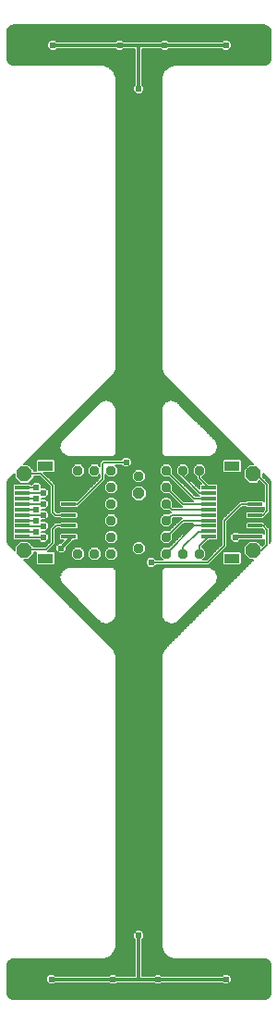
<source format=gbl>
G75*
%MOIN*%
%OFA0B0*%
%FSLAX24Y24*%
%IPPOS*%
%LPD*%
%AMOC8*
5,1,8,0,0,1.08239X$1,22.5*
%
%ADD10R,0.0531X0.0118*%
%ADD11R,0.0551X0.0335*%
%ADD12OC8,0.0337*%
%ADD13OC8,0.0531*%
%ADD14OC8,0.0416*%
%ADD15C,0.0050*%
%ADD16C,0.0240*%
%ADD17C,0.0120*%
%ADD18C,0.0100*%
D10*
X000990Y017153D03*
X000990Y017349D03*
X000990Y017546D03*
X000990Y017743D03*
X000990Y017940D03*
X000990Y018137D03*
X000990Y018334D03*
X000990Y018531D03*
X000990Y018727D03*
X000990Y018924D03*
X002664Y018924D03*
X002664Y018727D03*
X002664Y018531D03*
X002664Y018334D03*
X002664Y018137D03*
X002664Y017940D03*
X002664Y017743D03*
X002664Y017546D03*
X002664Y017349D03*
X002664Y017153D03*
X007723Y017153D03*
X007723Y017349D03*
X007723Y017546D03*
X007723Y017743D03*
X007723Y017940D03*
X007723Y018137D03*
X007723Y018334D03*
X007723Y018531D03*
X007723Y018727D03*
X007723Y018924D03*
X009396Y018924D03*
X009396Y018727D03*
X009396Y018531D03*
X009396Y018334D03*
X009396Y018137D03*
X009396Y017940D03*
X009396Y017743D03*
X009396Y017546D03*
X009396Y017349D03*
X009396Y017153D03*
D11*
X008559Y016375D03*
X008559Y019702D03*
X001827Y019702D03*
X001827Y016375D03*
D12*
X002999Y016538D03*
X003599Y016538D03*
X004199Y016538D03*
X004199Y017138D03*
X004199Y017738D03*
X004199Y018338D03*
X004199Y018938D03*
X004199Y019538D03*
X003599Y019538D03*
X002999Y019538D03*
X005193Y019338D03*
X005193Y016738D03*
X006187Y016538D03*
X006187Y017138D03*
X006187Y017738D03*
X006187Y018338D03*
X006187Y018938D03*
X006187Y019538D03*
X006787Y019538D03*
X007387Y019538D03*
X007387Y016538D03*
X006787Y016538D03*
D13*
X009327Y016660D03*
X009327Y019416D03*
X001059Y019416D03*
X001059Y016660D03*
D14*
X005193Y017351D03*
X005193Y018726D03*
D15*
X000484Y000594D02*
X000544Y000534D01*
X000623Y000501D01*
X000666Y000497D01*
X009721Y000497D01*
X009763Y000501D01*
X009842Y000534D01*
X009903Y000594D01*
X009935Y000673D01*
X009939Y000716D01*
X009939Y001700D01*
X009935Y001742D01*
X005328Y001742D01*
X005328Y001694D02*
X009939Y001694D01*
X009935Y001742D02*
X009903Y001821D01*
X009842Y001882D01*
X009763Y001914D01*
X009721Y001919D01*
X006458Y001919D01*
X006249Y002005D01*
X006249Y002005D01*
X006249Y002005D01*
X006089Y002165D01*
X006089Y002165D01*
X006002Y002374D01*
X006002Y012870D01*
X006089Y013079D01*
X006089Y013079D01*
X006169Y013159D01*
X006220Y013211D01*
X006220Y013211D01*
X009329Y016320D01*
X009186Y016320D01*
X008986Y016519D01*
X008986Y016802D01*
X009186Y017001D01*
X009468Y017001D01*
X009645Y016824D01*
X009719Y016899D01*
X009719Y017045D01*
X009693Y017019D01*
X009453Y017019D01*
X009452Y017018D01*
X008847Y017018D01*
X008768Y016939D01*
X008607Y016939D01*
X008493Y017053D01*
X008493Y017214D01*
X008393Y017214D01*
X008393Y017262D02*
X008541Y017262D01*
X008493Y017214D02*
X008607Y017329D01*
X008768Y017329D01*
X008809Y017288D01*
X009452Y017288D01*
X009453Y017287D01*
X009693Y017287D01*
X009719Y017260D01*
X009719Y017366D01*
X009673Y017412D01*
X009099Y017412D01*
X009055Y017456D01*
X009055Y017636D01*
X009099Y017680D01*
X009693Y017680D01*
X009737Y017636D01*
X009737Y017631D01*
X009861Y017507D01*
X009919Y017448D01*
X009919Y016939D01*
X009935Y016978D01*
X009939Y017020D01*
X009919Y017020D01*
X009939Y017020D02*
X009939Y019056D01*
X009935Y019099D01*
X009903Y019178D01*
X009875Y019211D01*
X009668Y019419D01*
X009668Y019315D01*
X009861Y019123D01*
X009919Y019064D01*
X009919Y018038D01*
X009780Y017899D01*
X009737Y017855D01*
X009737Y017850D01*
X009693Y017806D01*
X009099Y017806D01*
X009055Y017850D01*
X009055Y018030D01*
X009099Y018074D01*
X009673Y018074D01*
X009719Y018121D01*
X009719Y018226D01*
X009693Y018200D01*
X009099Y018200D01*
X009065Y018234D01*
X008930Y018234D01*
X008393Y017697D01*
X008393Y016797D01*
X007792Y016195D01*
X007792Y016195D01*
X007733Y016137D01*
X005822Y016137D01*
X005727Y016042D01*
X005565Y016042D01*
X005451Y016156D01*
X005451Y016318D01*
X005565Y016432D01*
X005727Y016432D01*
X005822Y016337D01*
X006044Y016337D01*
X005943Y016438D01*
X004443Y016438D01*
X004300Y016295D01*
X004099Y016295D01*
X003956Y016438D01*
X003843Y016438D01*
X003700Y016295D01*
X003499Y016295D01*
X003356Y016438D01*
X003243Y016438D01*
X003100Y016295D01*
X002899Y016295D01*
X002756Y016438D01*
X002178Y016438D01*
X002178Y016486D02*
X002756Y016486D01*
X002756Y016438D02*
X002756Y016639D01*
X002899Y016782D01*
X003100Y016782D01*
X003243Y016639D01*
X003243Y016438D01*
X003243Y016486D02*
X003356Y016486D01*
X003356Y016438D02*
X003356Y016639D01*
X003499Y016782D01*
X003700Y016782D01*
X003843Y016639D01*
X003843Y016438D01*
X003843Y016486D02*
X003956Y016486D01*
X003956Y016438D02*
X003956Y016639D01*
X004099Y016782D01*
X004300Y016782D01*
X004443Y016639D01*
X004443Y016438D01*
X004443Y016486D02*
X005943Y016486D01*
X005943Y016438D02*
X005943Y016639D01*
X006086Y016782D01*
X006288Y016782D01*
X006288Y016781D01*
X007150Y017643D01*
X006833Y017643D01*
X006430Y017240D01*
X006430Y017239D01*
X006430Y017038D01*
X006288Y016895D01*
X006086Y016895D01*
X005943Y017038D01*
X005943Y017239D01*
X006086Y017382D01*
X006288Y017382D01*
X006288Y017381D01*
X006747Y017840D01*
X006430Y017840D01*
X006430Y017840D01*
X006430Y017839D01*
X006430Y017638D01*
X006288Y017495D01*
X006086Y017495D01*
X005943Y017638D01*
X005943Y017839D01*
X006086Y017982D01*
X006288Y017982D01*
X006288Y017981D01*
X006345Y018038D01*
X006288Y018096D01*
X006288Y018095D01*
X006086Y018095D01*
X005943Y018238D01*
X005943Y018439D01*
X006086Y018582D01*
X006288Y018582D01*
X006430Y018439D01*
X006430Y018238D01*
X006430Y018237D01*
X006430Y018237D01*
X006747Y018237D01*
X006288Y018696D01*
X006288Y018695D01*
X006086Y018695D01*
X005943Y018838D01*
X005943Y019039D01*
X006086Y019182D01*
X006288Y019182D01*
X006430Y019039D01*
X006430Y018838D01*
X006430Y018837D01*
X006833Y018434D01*
X007150Y018434D01*
X006288Y019296D01*
X006288Y019295D01*
X006086Y019295D01*
X005943Y019438D01*
X005943Y019639D01*
X004443Y019639D01*
X004342Y019740D01*
X004565Y019740D01*
X004660Y019645D01*
X004821Y019645D01*
X004935Y019759D01*
X004935Y019921D01*
X004821Y020035D01*
X004660Y020035D01*
X004565Y019940D01*
X003902Y019940D01*
X003852Y019890D01*
X003793Y019831D01*
X003793Y019689D01*
X003700Y019782D01*
X003499Y019782D01*
X003356Y019639D01*
X003243Y019639D01*
X003100Y019782D01*
X002899Y019782D01*
X002756Y019639D01*
X002178Y019639D01*
X002178Y019687D02*
X002804Y019687D01*
X002756Y019639D02*
X002756Y019438D01*
X002899Y019295D01*
X003100Y019295D01*
X003243Y019438D01*
X003243Y019639D01*
X003243Y019590D02*
X003356Y019590D01*
X003356Y019542D02*
X003243Y019542D01*
X003243Y019493D02*
X003356Y019493D01*
X003356Y019445D02*
X003243Y019445D01*
X003202Y019396D02*
X003397Y019396D01*
X003356Y019438D02*
X003499Y019295D01*
X003700Y019295D01*
X003793Y019388D01*
X003793Y019280D01*
X002971Y018457D01*
X002960Y018468D01*
X002367Y018468D01*
X002323Y018424D01*
X002323Y018244D01*
X002367Y018200D01*
X002960Y018200D01*
X002994Y018234D01*
X003030Y018234D01*
X003088Y018292D01*
X003993Y019197D01*
X003993Y019400D01*
X004099Y019295D01*
X004300Y019295D01*
X004443Y019438D01*
X004443Y019639D01*
X004443Y019590D02*
X005943Y019590D01*
X005943Y019542D02*
X005334Y019542D01*
X005294Y019582D02*
X005092Y019582D01*
X004950Y019439D01*
X004950Y019238D01*
X005092Y019095D01*
X005294Y019095D01*
X005437Y019238D01*
X005437Y019439D01*
X005294Y019582D01*
X005382Y019493D02*
X005943Y019493D01*
X005943Y019445D02*
X005431Y019445D01*
X005437Y019396D02*
X005985Y019396D01*
X006033Y019348D02*
X005437Y019348D01*
X005437Y019299D02*
X006082Y019299D01*
X006058Y019154D02*
X005353Y019154D01*
X005401Y019202D02*
X006381Y019202D01*
X006430Y019154D02*
X006316Y019154D01*
X006364Y019105D02*
X006478Y019105D01*
X006527Y019057D02*
X006413Y019057D01*
X006430Y019008D02*
X006575Y019008D01*
X006624Y018960D02*
X006430Y018960D01*
X006430Y018911D02*
X006672Y018911D01*
X006721Y018863D02*
X006430Y018863D01*
X006452Y018814D02*
X006769Y018814D01*
X006818Y018766D02*
X006501Y018766D01*
X006549Y018717D02*
X006866Y018717D01*
X006915Y018669D02*
X006598Y018669D01*
X006646Y018620D02*
X006963Y018620D01*
X007012Y018572D02*
X006695Y018572D01*
X006743Y018523D02*
X007060Y018523D01*
X007109Y018475D02*
X006792Y018475D01*
X006792Y018334D02*
X006187Y018938D01*
X006315Y018669D02*
X005476Y018669D01*
X005476Y018717D02*
X006064Y018717D01*
X006015Y018766D02*
X005476Y018766D01*
X005476Y018814D02*
X005967Y018814D01*
X005943Y018863D02*
X005456Y018863D01*
X005476Y018843D02*
X005310Y019009D01*
X005076Y019009D01*
X004910Y018843D01*
X004910Y018609D01*
X005076Y018443D01*
X005310Y018443D01*
X005476Y018609D01*
X005476Y018843D01*
X005407Y018911D02*
X005943Y018911D01*
X005943Y018960D02*
X005359Y018960D01*
X005310Y019008D02*
X005943Y019008D01*
X005961Y019057D02*
X004425Y019057D01*
X004443Y019039D02*
X004300Y019182D01*
X004099Y019182D01*
X003956Y019039D01*
X003956Y018838D01*
X004099Y018695D01*
X004300Y018695D01*
X004443Y018838D01*
X004443Y019039D01*
X004443Y019008D02*
X005076Y019008D01*
X005027Y018960D02*
X004443Y018960D01*
X004443Y018911D02*
X004979Y018911D01*
X004930Y018863D02*
X004443Y018863D01*
X004420Y018814D02*
X004910Y018814D01*
X004910Y018766D02*
X004371Y018766D01*
X004323Y018717D02*
X004910Y018717D01*
X004910Y018669D02*
X003465Y018669D01*
X003514Y018717D02*
X004076Y018717D01*
X004028Y018766D02*
X003562Y018766D01*
X003611Y018814D02*
X003979Y018814D01*
X003956Y018863D02*
X003659Y018863D01*
X003708Y018911D02*
X003956Y018911D01*
X003956Y018960D02*
X003756Y018960D01*
X003805Y019008D02*
X003956Y019008D01*
X003974Y019057D02*
X003853Y019057D01*
X003902Y019105D02*
X004022Y019105D01*
X004071Y019154D02*
X003950Y019154D01*
X003993Y019202D02*
X004985Y019202D01*
X004950Y019251D02*
X003993Y019251D01*
X003993Y019299D02*
X004094Y019299D01*
X004046Y019348D02*
X003993Y019348D01*
X003993Y019396D02*
X003997Y019396D01*
X003893Y019238D02*
X003893Y019790D01*
X003943Y019840D01*
X004740Y019840D01*
X004878Y019978D02*
X009108Y019978D01*
X009156Y019930D02*
X008880Y019930D01*
X008866Y019944D02*
X008253Y019944D01*
X008209Y019900D01*
X008209Y019503D01*
X008253Y019459D01*
X008866Y019459D01*
X008910Y019503D01*
X008910Y019900D01*
X008866Y019944D01*
X008910Y019881D02*
X009205Y019881D01*
X009253Y019833D02*
X008910Y019833D01*
X008910Y019784D02*
X009302Y019784D01*
X009329Y019757D02*
X009186Y019757D01*
X008986Y019557D01*
X008986Y019275D01*
X009186Y019076D01*
X009468Y019076D01*
X009546Y019154D01*
X009546Y019154D01*
X009719Y018981D01*
X009719Y018441D01*
X009693Y018468D01*
X009099Y018468D01*
X009065Y018434D01*
X008847Y018434D01*
X008193Y017780D01*
X008193Y016880D01*
X007650Y016337D01*
X007529Y016337D01*
X007630Y016438D01*
X007751Y016438D01*
X007703Y016389D02*
X007582Y016389D01*
X007534Y016341D02*
X007654Y016341D01*
X007630Y016438D02*
X007630Y016639D01*
X007490Y016779D01*
X007730Y017019D01*
X008019Y017019D01*
X008063Y017062D01*
X008063Y017243D01*
X008055Y017251D01*
X008063Y017259D01*
X008063Y017440D01*
X008055Y017448D01*
X008063Y017456D01*
X008063Y017636D01*
X008055Y017645D01*
X008063Y017653D01*
X008063Y017833D01*
X008055Y017842D01*
X008063Y017850D01*
X008063Y018030D01*
X008055Y018038D01*
X008063Y018047D01*
X008063Y018227D01*
X008055Y018235D01*
X008063Y018244D01*
X008063Y018424D01*
X008055Y018432D01*
X008063Y018440D01*
X008063Y018621D01*
X008055Y018629D01*
X008063Y018637D01*
X008063Y018817D01*
X008055Y018826D01*
X008063Y018834D01*
X008063Y019014D01*
X008019Y019058D01*
X007730Y019058D01*
X007490Y019298D01*
X007630Y019438D01*
X007630Y019639D01*
X008209Y019639D01*
X008209Y019687D02*
X007582Y019687D01*
X007630Y019639D02*
X007488Y019782D01*
X007286Y019782D01*
X007143Y019639D01*
X007030Y019639D01*
X006888Y019782D01*
X006686Y019782D01*
X006543Y019639D01*
X006430Y019639D01*
X006288Y019782D01*
X006086Y019782D01*
X005943Y019639D01*
X005992Y019687D02*
X004864Y019687D01*
X004912Y019736D02*
X006040Y019736D01*
X006187Y019538D02*
X007195Y018531D01*
X007723Y018531D01*
X007723Y018727D02*
X007712Y018738D01*
X007393Y018738D01*
X006787Y019345D01*
X006787Y019538D01*
X006633Y019348D02*
X006519Y019348D01*
X006567Y019299D02*
X006682Y019299D01*
X006686Y019295D02*
X006695Y019295D01*
X007293Y018697D01*
X007352Y018638D01*
X007382Y018638D01*
X007382Y018637D01*
X007389Y018631D01*
X007236Y018631D01*
X006430Y019437D01*
X006430Y019438D01*
X006430Y019639D01*
X006430Y019590D02*
X006543Y019590D01*
X006543Y019542D02*
X006430Y019542D01*
X006430Y019493D02*
X006543Y019493D01*
X006543Y019445D02*
X006430Y019445D01*
X006470Y019396D02*
X006585Y019396D01*
X006543Y019438D02*
X006686Y019295D01*
X006739Y019251D02*
X006616Y019251D01*
X006664Y019202D02*
X006788Y019202D01*
X006836Y019154D02*
X006713Y019154D01*
X006761Y019105D02*
X006885Y019105D01*
X006933Y019057D02*
X006810Y019057D01*
X006858Y019008D02*
X006982Y019008D01*
X007030Y018960D02*
X006907Y018960D01*
X006955Y018911D02*
X007079Y018911D01*
X007127Y018863D02*
X007004Y018863D01*
X007052Y018814D02*
X007176Y018814D01*
X007224Y018766D02*
X007101Y018766D01*
X007149Y018717D02*
X007273Y018717D01*
X007321Y018669D02*
X007198Y018669D01*
X007313Y018960D02*
X007382Y018960D01*
X007382Y019008D02*
X007265Y019008D01*
X007216Y019057D02*
X007424Y019057D01*
X007426Y019058D02*
X007382Y019014D01*
X007382Y018891D01*
X006933Y019340D01*
X007030Y019438D01*
X007030Y019639D01*
X007030Y019590D02*
X007143Y019590D01*
X007143Y019542D02*
X007030Y019542D01*
X007030Y019493D02*
X007143Y019493D01*
X007143Y019445D02*
X007030Y019445D01*
X006989Y019396D02*
X007185Y019396D01*
X007143Y019438D02*
X007286Y019295D01*
X007287Y019295D01*
X007287Y019219D01*
X007345Y019160D01*
X007345Y019160D01*
X007447Y019058D01*
X007426Y019058D01*
X007400Y019105D02*
X007168Y019105D01*
X007119Y019154D02*
X007352Y019154D01*
X007303Y019202D02*
X007071Y019202D01*
X007022Y019251D02*
X007287Y019251D01*
X007282Y019299D02*
X006974Y019299D01*
X006941Y019348D02*
X007233Y019348D01*
X007143Y019438D02*
X007143Y019639D01*
X007192Y019687D02*
X006982Y019687D01*
X006934Y019736D02*
X007240Y019736D01*
X007387Y019538D02*
X007387Y019260D01*
X007723Y018924D01*
X007683Y019105D02*
X009156Y019105D01*
X009108Y019154D02*
X007634Y019154D01*
X007586Y019202D02*
X009059Y019202D01*
X009011Y019251D02*
X007537Y019251D01*
X007492Y019299D02*
X008986Y019299D01*
X008986Y019348D02*
X007541Y019348D01*
X007589Y019396D02*
X008986Y019396D01*
X008986Y019445D02*
X007630Y019445D01*
X007630Y019493D02*
X008219Y019493D01*
X008209Y019542D02*
X007630Y019542D01*
X007630Y019590D02*
X008209Y019590D01*
X008209Y019736D02*
X007534Y019736D01*
X007598Y020029D02*
X006250Y020029D01*
X006105Y020029D01*
X006002Y020131D01*
X006002Y021810D01*
X006128Y021997D01*
X006128Y021997D01*
X006128Y021997D01*
X006336Y022084D01*
X006336Y022084D01*
X006557Y022040D01*
X006557Y022040D01*
X006586Y022011D01*
X006678Y021919D01*
X006688Y021909D01*
X007985Y020612D01*
X007985Y020612D01*
X008013Y020584D01*
X008013Y020584D01*
X008057Y020363D01*
X008057Y020363D01*
X007971Y020154D01*
X007971Y020154D01*
X007971Y020154D01*
X007783Y020029D01*
X007598Y020029D01*
X007853Y020075D02*
X009011Y020075D01*
X009059Y020027D02*
X004829Y020027D01*
X004926Y019930D02*
X008238Y019930D01*
X008209Y019881D02*
X004935Y019881D01*
X004935Y019833D02*
X008209Y019833D01*
X008209Y019784D02*
X004935Y019784D01*
X005052Y019542D02*
X004443Y019542D01*
X004443Y019493D02*
X005004Y019493D01*
X004955Y019445D02*
X004443Y019445D01*
X004402Y019396D02*
X004950Y019396D01*
X004950Y019348D02*
X004353Y019348D01*
X004305Y019299D02*
X004950Y019299D01*
X005033Y019154D02*
X004328Y019154D01*
X004377Y019105D02*
X005082Y019105D01*
X004947Y018572D02*
X004310Y018572D01*
X004300Y018582D02*
X004099Y018582D01*
X003956Y018439D01*
X003956Y018238D01*
X004099Y018095D01*
X004300Y018095D01*
X004443Y018238D01*
X004443Y018439D01*
X004300Y018582D01*
X004359Y018523D02*
X004996Y018523D01*
X005044Y018475D02*
X004407Y018475D01*
X004443Y018426D02*
X005943Y018426D01*
X005943Y018378D02*
X004443Y018378D01*
X004443Y018329D02*
X005943Y018329D01*
X005943Y018281D02*
X004443Y018281D01*
X004438Y018232D02*
X005949Y018232D01*
X005997Y018184D02*
X004389Y018184D01*
X004341Y018135D02*
X006046Y018135D01*
X006046Y017941D02*
X004341Y017941D01*
X004300Y017982D02*
X004099Y017982D01*
X003956Y017839D01*
X003956Y017638D01*
X004099Y017495D01*
X004300Y017495D01*
X004443Y017638D01*
X004443Y017839D01*
X004300Y017982D01*
X004389Y017893D02*
X005997Y017893D01*
X005949Y017844D02*
X004438Y017844D01*
X004443Y017796D02*
X005943Y017796D01*
X005943Y017747D02*
X004443Y017747D01*
X004443Y017699D02*
X005943Y017699D01*
X005943Y017650D02*
X004443Y017650D01*
X004407Y017602D02*
X005979Y017602D01*
X006028Y017553D02*
X004359Y017553D01*
X004310Y017505D02*
X006076Y017505D01*
X006064Y017359D02*
X004323Y017359D01*
X004300Y017382D02*
X004099Y017382D01*
X003956Y017239D01*
X003956Y017038D01*
X004099Y016895D01*
X004300Y016895D01*
X004443Y017038D01*
X004443Y017239D01*
X004300Y017382D01*
X004371Y017311D02*
X006015Y017311D01*
X005967Y017262D02*
X004420Y017262D01*
X004443Y017214D02*
X005943Y017214D01*
X005943Y017165D02*
X004443Y017165D01*
X004443Y017117D02*
X005943Y017117D01*
X005943Y017068D02*
X004443Y017068D01*
X004425Y017020D02*
X005961Y017020D01*
X006010Y016971D02*
X005304Y016971D01*
X005294Y016982D02*
X005092Y016982D01*
X004950Y016839D01*
X004950Y016638D01*
X005092Y016495D01*
X005294Y016495D01*
X005437Y016638D01*
X005437Y016839D01*
X005294Y016982D01*
X005353Y016923D02*
X006058Y016923D01*
X006082Y016777D02*
X005437Y016777D01*
X005437Y016729D02*
X006033Y016729D01*
X005985Y016680D02*
X005437Y016680D01*
X005431Y016632D02*
X005943Y016632D01*
X005943Y016583D02*
X005382Y016583D01*
X005334Y016535D02*
X005943Y016535D01*
X005992Y016389D02*
X005769Y016389D01*
X005818Y016341D02*
X006040Y016341D01*
X006187Y016538D02*
X007195Y017546D01*
X007723Y017546D01*
X007723Y017349D02*
X007712Y017338D01*
X007343Y017338D01*
X006787Y016782D01*
X006787Y016538D01*
X006527Y017020D02*
X006413Y017020D01*
X006430Y017068D02*
X006575Y017068D01*
X006624Y017117D02*
X006430Y017117D01*
X006430Y017165D02*
X006672Y017165D01*
X006721Y017214D02*
X006430Y017214D01*
X006452Y017262D02*
X006769Y017262D01*
X006818Y017311D02*
X006501Y017311D01*
X006549Y017359D02*
X006866Y017359D01*
X006915Y017408D02*
X006598Y017408D01*
X006646Y017456D02*
X006963Y017456D01*
X007012Y017505D02*
X006695Y017505D01*
X006743Y017553D02*
X007060Y017553D01*
X007109Y017602D02*
X006792Y017602D01*
X006792Y017743D02*
X006187Y017138D01*
X006364Y016971D02*
X006478Y016971D01*
X006430Y016923D02*
X006316Y016923D01*
X006381Y016874D02*
X005401Y016874D01*
X005437Y016826D02*
X006333Y016826D01*
X006315Y017408D02*
X002204Y017408D01*
X002193Y017397D02*
X002242Y017446D01*
X002333Y017446D01*
X002367Y017412D01*
X002960Y017412D01*
X003004Y017456D01*
X003004Y017636D01*
X002960Y017680D01*
X002367Y017680D01*
X002333Y017646D01*
X002160Y017646D01*
X002052Y017538D01*
X001993Y017480D01*
X001993Y016980D01*
X001802Y016788D01*
X001400Y016788D01*
X001400Y016802D01*
X001200Y017001D01*
X000918Y017001D01*
X000719Y016802D01*
X000719Y016658D01*
X000511Y016866D01*
X000484Y016899D01*
X000451Y016978D01*
X000447Y017020D01*
X000692Y017020D01*
X000694Y017019D02*
X001287Y017019D01*
X001307Y017038D01*
X001570Y017038D01*
X001665Y016943D01*
X001827Y016943D01*
X001941Y017058D01*
X001941Y017219D01*
X001827Y017333D01*
X001691Y017333D01*
X001691Y017343D01*
X001827Y017343D01*
X001941Y017458D01*
X001941Y017619D01*
X001827Y017733D01*
X001691Y017733D01*
X001691Y017745D01*
X001825Y017745D01*
X001940Y017859D01*
X001940Y018021D01*
X001825Y018135D01*
X001691Y018135D01*
X001691Y018143D01*
X001827Y018143D01*
X001941Y018258D01*
X001941Y018419D01*
X001827Y018533D01*
X001691Y018533D01*
X001691Y018543D01*
X001827Y018543D01*
X001941Y018658D01*
X001941Y018819D01*
X001827Y018933D01*
X001691Y018933D01*
X001691Y019019D01*
X001577Y019133D01*
X001415Y019133D01*
X001320Y019038D01*
X001307Y019038D01*
X001287Y019058D01*
X000694Y019058D01*
X000650Y019014D01*
X000650Y018834D01*
X000658Y018826D01*
X000650Y018817D01*
X000650Y018637D01*
X000658Y018629D01*
X000650Y018621D01*
X000650Y018440D01*
X000658Y018432D01*
X000650Y018424D01*
X000650Y018244D01*
X000658Y018235D01*
X000650Y018227D01*
X000650Y018047D01*
X000658Y018038D01*
X000650Y018030D01*
X000650Y017850D01*
X000658Y017842D01*
X000650Y017833D01*
X000650Y017653D01*
X000658Y017645D01*
X000650Y017636D01*
X000650Y017456D01*
X000658Y017448D01*
X000650Y017440D01*
X000650Y017259D01*
X000658Y017251D01*
X000650Y017243D01*
X000650Y017062D01*
X000694Y017019D01*
X000650Y017068D02*
X000447Y017068D01*
X000447Y017020D02*
X000447Y019056D01*
X000451Y019099D01*
X000484Y019178D01*
X000511Y019211D01*
X000562Y019262D01*
X000562Y019262D01*
X000719Y019419D01*
X000719Y019275D01*
X000918Y019076D01*
X001200Y019076D01*
X001400Y019275D01*
X001400Y019316D01*
X001624Y019316D01*
X001993Y018947D01*
X001993Y017997D01*
X002093Y017897D01*
X002152Y017838D01*
X002334Y017838D01*
X002367Y017806D01*
X002960Y017806D01*
X003004Y017850D01*
X003004Y018030D01*
X002960Y018074D01*
X002367Y018074D01*
X002331Y018038D01*
X002235Y018038D01*
X002193Y018080D01*
X002193Y019030D01*
X002135Y019088D01*
X001763Y019459D01*
X002134Y019459D01*
X002178Y019503D01*
X002178Y019900D01*
X002134Y019944D01*
X001520Y019944D01*
X001476Y019900D01*
X001476Y019516D01*
X001400Y019516D01*
X001400Y019557D01*
X001200Y019757D01*
X001057Y019757D01*
X004166Y022866D01*
X004217Y022917D01*
X004297Y022997D01*
X004297Y022997D01*
X004384Y023206D01*
X004384Y033703D01*
X004297Y033912D01*
X004137Y034072D01*
X003928Y034158D01*
X000666Y034158D01*
X000623Y034162D01*
X000544Y034195D01*
X000484Y034255D01*
X000451Y034334D01*
X000447Y034377D01*
X000447Y035361D01*
X000451Y035404D01*
X000484Y035483D01*
X000544Y035543D01*
X000623Y035576D01*
X000666Y035580D01*
X009721Y035580D01*
X009763Y035576D01*
X009842Y035543D01*
X009903Y035483D01*
X009935Y035404D01*
X009939Y035361D01*
X009939Y034377D01*
X009935Y034334D01*
X009903Y034255D01*
X009842Y034195D01*
X009763Y034162D01*
X009721Y034158D01*
X006458Y034158D01*
X006249Y034072D01*
X006249Y034072D01*
X006089Y033912D01*
X006089Y033912D01*
X006002Y033703D01*
X006002Y023206D01*
X006089Y022997D01*
X006118Y022969D01*
X006169Y022917D01*
X006220Y022866D01*
X009329Y019757D01*
X009165Y019736D02*
X008910Y019736D01*
X008910Y019687D02*
X009116Y019687D01*
X009068Y019639D02*
X008910Y019639D01*
X008910Y019590D02*
X009019Y019590D01*
X008986Y019542D02*
X008910Y019542D01*
X008900Y019493D02*
X008986Y019493D01*
X008962Y020124D02*
X007926Y020124D01*
X007979Y020172D02*
X008914Y020172D01*
X008865Y020221D02*
X007999Y020221D01*
X008019Y020269D02*
X008817Y020269D01*
X008768Y020318D02*
X008039Y020318D01*
X008057Y020366D02*
X008720Y020366D01*
X008671Y020415D02*
X008047Y020415D01*
X008037Y020463D02*
X008623Y020463D01*
X008574Y020512D02*
X008028Y020512D01*
X008018Y020560D02*
X008526Y020560D01*
X008477Y020609D02*
X007988Y020609D01*
X007940Y020657D02*
X008429Y020657D01*
X008380Y020706D02*
X007891Y020706D01*
X007843Y020754D02*
X008332Y020754D01*
X008283Y020803D02*
X007794Y020803D01*
X007746Y020851D02*
X008235Y020851D01*
X008186Y020900D02*
X007697Y020900D01*
X007649Y020948D02*
X008138Y020948D01*
X008089Y020997D02*
X007600Y020997D01*
X007552Y021045D02*
X008041Y021045D01*
X007992Y021094D02*
X007503Y021094D01*
X007455Y021142D02*
X007944Y021142D01*
X007895Y021191D02*
X007406Y021191D01*
X007358Y021239D02*
X007847Y021239D01*
X007798Y021288D02*
X007309Y021288D01*
X007261Y021336D02*
X007750Y021336D01*
X007701Y021385D02*
X007212Y021385D01*
X007164Y021433D02*
X007653Y021433D01*
X007604Y021482D02*
X007115Y021482D01*
X007067Y021530D02*
X007556Y021530D01*
X007507Y021579D02*
X007018Y021579D01*
X006970Y021627D02*
X007459Y021627D01*
X007410Y021676D02*
X006921Y021676D01*
X006873Y021724D02*
X007362Y021724D01*
X007313Y021773D02*
X006824Y021773D01*
X006776Y021821D02*
X007265Y021821D01*
X007216Y021870D02*
X006727Y021870D01*
X006679Y021918D02*
X007168Y021918D01*
X007119Y021967D02*
X006630Y021967D01*
X006582Y022015D02*
X007071Y022015D01*
X007022Y022064D02*
X006436Y022064D01*
X006586Y022500D02*
X003800Y022500D01*
X003752Y022452D02*
X006634Y022452D01*
X006683Y022403D02*
X003703Y022403D01*
X003655Y022355D02*
X006731Y022355D01*
X006780Y022306D02*
X003606Y022306D01*
X003558Y022258D02*
X006828Y022258D01*
X006877Y022209D02*
X003509Y022209D01*
X003461Y022161D02*
X006925Y022161D01*
X006974Y022112D02*
X003412Y022112D01*
X003364Y022064D02*
X003951Y022064D01*
X004050Y022084D02*
X003829Y022040D01*
X003829Y022040D01*
X003749Y021960D01*
X003698Y021909D01*
X003698Y021909D01*
X002401Y020612D01*
X002373Y020584D01*
X002373Y020584D01*
X002373Y020584D01*
X002329Y020363D01*
X002329Y020363D01*
X002415Y020154D01*
X002603Y020029D01*
X004281Y020029D01*
X004384Y020131D01*
X004384Y021769D01*
X004384Y021810D01*
X004259Y021997D01*
X004259Y021997D01*
X004050Y022084D01*
X004050Y022084D01*
X004098Y022064D02*
X006288Y022064D01*
X006171Y022015D02*
X004215Y022015D01*
X004259Y021997D02*
X004259Y021997D01*
X004279Y021967D02*
X006107Y021967D01*
X006075Y021918D02*
X004311Y021918D01*
X004344Y021870D02*
X006043Y021870D01*
X006010Y021821D02*
X004376Y021821D01*
X004384Y021810D02*
X004384Y021810D01*
X004384Y021773D02*
X006002Y021773D01*
X006002Y021724D02*
X004384Y021724D01*
X004384Y021676D02*
X006002Y021676D01*
X006002Y021627D02*
X004384Y021627D01*
X004384Y021579D02*
X006002Y021579D01*
X006002Y021530D02*
X004384Y021530D01*
X004384Y021482D02*
X006002Y021482D01*
X006002Y021433D02*
X004384Y021433D01*
X004384Y021385D02*
X006002Y021385D01*
X006002Y021336D02*
X004384Y021336D01*
X004384Y021288D02*
X006002Y021288D01*
X006002Y021239D02*
X004384Y021239D01*
X004384Y021191D02*
X006002Y021191D01*
X006002Y021142D02*
X004384Y021142D01*
X004384Y021094D02*
X006002Y021094D01*
X006002Y021045D02*
X004384Y021045D01*
X004384Y020997D02*
X006002Y020997D01*
X006002Y020948D02*
X004384Y020948D01*
X004384Y020900D02*
X006002Y020900D01*
X006002Y020851D02*
X004384Y020851D01*
X004384Y020803D02*
X006002Y020803D01*
X006002Y020754D02*
X004384Y020754D01*
X004384Y020706D02*
X006002Y020706D01*
X006002Y020657D02*
X004384Y020657D01*
X004384Y020609D02*
X006002Y020609D01*
X006002Y020560D02*
X004384Y020560D01*
X004384Y020512D02*
X006002Y020512D01*
X006002Y020463D02*
X004384Y020463D01*
X004384Y020415D02*
X006002Y020415D01*
X006002Y020366D02*
X004384Y020366D01*
X004384Y020318D02*
X006002Y020318D01*
X006002Y020269D02*
X004384Y020269D01*
X004384Y020221D02*
X006002Y020221D01*
X006002Y020172D02*
X004384Y020172D01*
X004377Y020124D02*
X006010Y020124D01*
X006058Y020075D02*
X004328Y020075D01*
X004346Y019736D02*
X004569Y019736D01*
X004617Y019687D02*
X004395Y019687D01*
X004603Y019978D02*
X001278Y019978D01*
X001230Y019930D02*
X001506Y019930D01*
X001476Y019881D02*
X001181Y019881D01*
X001133Y019833D02*
X001476Y019833D01*
X001476Y019784D02*
X001084Y019784D01*
X001222Y019736D02*
X001476Y019736D01*
X001476Y019687D02*
X001270Y019687D01*
X001319Y019639D02*
X001476Y019639D01*
X001476Y019590D02*
X001367Y019590D01*
X001400Y019542D02*
X001476Y019542D01*
X001665Y019416D02*
X002093Y018988D01*
X002093Y018038D01*
X002193Y017938D01*
X002662Y017938D01*
X002664Y017940D01*
X002664Y018334D02*
X002988Y018334D01*
X003893Y019238D01*
X003793Y019299D02*
X003705Y019299D01*
X003753Y019348D02*
X003793Y019348D01*
X003764Y019251D02*
X001972Y019251D01*
X001924Y019299D02*
X002894Y019299D01*
X002846Y019348D02*
X001875Y019348D01*
X001827Y019396D02*
X002797Y019396D01*
X002756Y019445D02*
X001778Y019445D01*
X001665Y019416D02*
X001059Y019416D01*
X001230Y019105D02*
X001387Y019105D01*
X001339Y019057D02*
X001289Y019057D01*
X001279Y019154D02*
X001786Y019154D01*
X001738Y019202D02*
X001327Y019202D01*
X001376Y019251D02*
X001689Y019251D01*
X001641Y019299D02*
X001400Y019299D01*
X001496Y018938D02*
X001025Y018938D01*
X001013Y018936D01*
X001001Y018932D01*
X000991Y018924D01*
X001017Y018738D02*
X001746Y018738D01*
X001856Y018572D02*
X001993Y018572D01*
X001993Y018620D02*
X001904Y018620D01*
X001941Y018669D02*
X001993Y018669D01*
X001993Y018717D02*
X001941Y018717D01*
X001941Y018766D02*
X001993Y018766D01*
X001993Y018814D02*
X001941Y018814D01*
X001898Y018863D02*
X001993Y018863D01*
X001993Y018911D02*
X001849Y018911D01*
X001932Y019008D02*
X001691Y019008D01*
X001691Y018960D02*
X001980Y018960D01*
X001883Y019057D02*
X001654Y019057D01*
X001605Y019105D02*
X001835Y019105D01*
X001837Y018523D02*
X001993Y018523D01*
X001993Y018475D02*
X001886Y018475D01*
X001934Y018426D02*
X001993Y018426D01*
X001993Y018378D02*
X001941Y018378D01*
X001941Y018329D02*
X001993Y018329D01*
X001993Y018281D02*
X001941Y018281D01*
X001916Y018232D02*
X001993Y018232D01*
X001993Y018184D02*
X001868Y018184D01*
X001874Y018087D02*
X001993Y018087D01*
X001993Y018135D02*
X001691Y018135D01*
X001745Y017940D02*
X000990Y017940D01*
X000991Y017744D02*
X000996Y017740D01*
X001002Y017739D01*
X001002Y017738D02*
X001496Y017738D01*
X001496Y017338D02*
X001017Y017338D01*
X001007Y017339D01*
X000998Y017343D01*
X000990Y017349D01*
X000991Y017153D02*
X001001Y017145D01*
X001013Y017141D01*
X001025Y017139D01*
X001025Y017138D02*
X001746Y017138D01*
X001589Y017020D02*
X001289Y017020D01*
X001230Y016971D02*
X001637Y016971D01*
X001746Y017538D02*
X001009Y017538D01*
X001002Y017539D01*
X000996Y017542D01*
X000990Y017546D01*
X000888Y016971D02*
X000454Y016971D01*
X000474Y016923D02*
X000840Y016923D01*
X000791Y016874D02*
X000504Y016874D01*
X000551Y016826D02*
X000743Y016826D01*
X000719Y016777D02*
X000599Y016777D01*
X000648Y016729D02*
X000719Y016729D01*
X000719Y016680D02*
X000696Y016680D01*
X000650Y017117D02*
X000447Y017117D01*
X000447Y017165D02*
X000650Y017165D01*
X000650Y017214D02*
X000447Y017214D01*
X000447Y017262D02*
X000650Y017262D01*
X000650Y017311D02*
X000447Y017311D01*
X000447Y017359D02*
X000650Y017359D01*
X000650Y017408D02*
X000447Y017408D01*
X000447Y017456D02*
X000650Y017456D01*
X000650Y017505D02*
X000447Y017505D01*
X000447Y017553D02*
X000650Y017553D01*
X000650Y017602D02*
X000447Y017602D01*
X000447Y017650D02*
X000652Y017650D01*
X000650Y017699D02*
X000447Y017699D01*
X000447Y017747D02*
X000650Y017747D01*
X000650Y017796D02*
X000447Y017796D01*
X000447Y017844D02*
X000655Y017844D01*
X000650Y017893D02*
X000447Y017893D01*
X000447Y017941D02*
X000650Y017941D01*
X000650Y017990D02*
X000447Y017990D01*
X000447Y018038D02*
X000658Y018038D01*
X000650Y018087D02*
X000447Y018087D01*
X000447Y018135D02*
X000650Y018135D01*
X000650Y018184D02*
X000447Y018184D01*
X000447Y018232D02*
X000655Y018232D01*
X000650Y018281D02*
X000447Y018281D01*
X000447Y018329D02*
X000650Y018329D01*
X000650Y018378D02*
X000447Y018378D01*
X000447Y018426D02*
X000652Y018426D01*
X000650Y018475D02*
X000447Y018475D01*
X000447Y018523D02*
X000650Y018523D01*
X000650Y018572D02*
X000447Y018572D01*
X000447Y018620D02*
X000650Y018620D01*
X000650Y018669D02*
X000447Y018669D01*
X000447Y018717D02*
X000650Y018717D01*
X000650Y018766D02*
X000447Y018766D01*
X000447Y018814D02*
X000650Y018814D01*
X000650Y018863D02*
X000447Y018863D01*
X000447Y018911D02*
X000650Y018911D01*
X000650Y018960D02*
X000447Y018960D01*
X000447Y019008D02*
X000650Y019008D01*
X000692Y019057D02*
X000447Y019057D01*
X000454Y019105D02*
X000888Y019105D01*
X000840Y019154D02*
X000474Y019154D01*
X000504Y019202D02*
X000791Y019202D01*
X000743Y019251D02*
X000551Y019251D01*
X000599Y019299D02*
X000719Y019299D01*
X000719Y019348D02*
X000648Y019348D01*
X000696Y019396D02*
X000719Y019396D01*
X000990Y018728D02*
X000998Y018734D01*
X001007Y018738D01*
X001017Y018739D01*
X001009Y018538D02*
X001496Y018538D01*
X001496Y018138D02*
X000994Y018138D01*
X000990Y018137D01*
X000990Y018334D02*
X001742Y018334D01*
X001746Y018338D01*
X001876Y017796D02*
X003956Y017796D01*
X003956Y017747D02*
X001828Y017747D01*
X001862Y017699D02*
X003956Y017699D01*
X003956Y017650D02*
X002990Y017650D01*
X003004Y017602D02*
X003992Y017602D01*
X004040Y017553D02*
X003004Y017553D01*
X003004Y017505D02*
X004089Y017505D01*
X004076Y017359D02*
X002193Y017359D01*
X002193Y017397D02*
X002193Y016897D01*
X001943Y016647D01*
X001913Y016617D01*
X002134Y016617D01*
X002178Y016573D01*
X002178Y016177D01*
X002134Y016133D01*
X001520Y016133D01*
X001476Y016177D01*
X001476Y016573D01*
X001491Y016588D01*
X001400Y016588D01*
X001400Y016519D01*
X001200Y016320D01*
X001057Y016320D01*
X004166Y013211D01*
X004217Y013159D01*
X004269Y013108D01*
X004297Y013079D01*
X004297Y013079D01*
X004384Y012870D01*
X004384Y002374D01*
X004297Y002165D01*
X004297Y002165D01*
X004137Y002005D01*
X004137Y002005D01*
X003928Y001919D01*
X000666Y001919D01*
X000623Y001914D01*
X000544Y001882D01*
X000484Y001821D01*
X000451Y001742D01*
X005058Y001742D01*
X005058Y001694D02*
X000447Y001694D01*
X000447Y001700D02*
X000451Y001742D01*
X000447Y001700D02*
X000447Y000716D01*
X000451Y000673D01*
X000484Y000594D01*
X000499Y000578D02*
X009887Y000578D01*
X009916Y000627D02*
X000470Y000627D01*
X000451Y000675D02*
X009935Y000675D01*
X009939Y000724D02*
X000447Y000724D01*
X000447Y000772D02*
X009939Y000772D01*
X009939Y000821D02*
X000447Y000821D01*
X000447Y000869D02*
X009939Y000869D01*
X009939Y000918D02*
X000447Y000918D01*
X000447Y000966D02*
X009939Y000966D01*
X009939Y001015D02*
X008426Y001015D01*
X008423Y001013D02*
X008538Y001127D01*
X008538Y001288D01*
X008423Y001403D01*
X008262Y001403D01*
X008202Y001343D01*
X006023Y001343D01*
X005963Y001403D01*
X005801Y001403D01*
X005741Y001343D01*
X005328Y001343D01*
X005328Y002642D01*
X005388Y002702D01*
X005388Y002863D01*
X005274Y002977D01*
X005112Y002977D01*
X004998Y002863D01*
X004998Y002702D01*
X005058Y002642D01*
X005058Y001343D01*
X004399Y001343D01*
X004339Y001403D01*
X004177Y001403D01*
X004117Y001343D01*
X002184Y001343D01*
X002124Y001403D01*
X001963Y001403D01*
X001849Y001288D01*
X001849Y001127D01*
X001963Y001013D01*
X002124Y001013D01*
X002184Y001073D01*
X004117Y001073D01*
X004177Y001013D01*
X004339Y001013D01*
X004399Y001073D01*
X005741Y001073D01*
X005801Y001013D01*
X005963Y001013D01*
X006023Y001073D01*
X008202Y001073D01*
X008262Y001013D01*
X008423Y001013D01*
X008474Y001063D02*
X009939Y001063D01*
X009939Y001112D02*
X008523Y001112D01*
X008538Y001160D02*
X009939Y001160D01*
X009939Y001209D02*
X008538Y001209D01*
X008538Y001257D02*
X009939Y001257D01*
X009939Y001306D02*
X008520Y001306D01*
X008472Y001354D02*
X009939Y001354D01*
X009939Y001403D02*
X005328Y001403D01*
X005328Y001451D02*
X009939Y001451D01*
X009939Y001500D02*
X005328Y001500D01*
X005328Y001548D02*
X009939Y001548D01*
X009939Y001597D02*
X005328Y001597D01*
X005328Y001645D02*
X009939Y001645D01*
X009915Y001791D02*
X005328Y001791D01*
X005328Y001839D02*
X009885Y001839D01*
X009827Y001888D02*
X005328Y001888D01*
X005328Y001936D02*
X006415Y001936D01*
X006298Y001985D02*
X005328Y001985D01*
X005328Y002033D02*
X006221Y002033D01*
X006172Y002082D02*
X005328Y002082D01*
X005328Y002130D02*
X006124Y002130D01*
X006083Y002179D02*
X005328Y002179D01*
X005328Y002227D02*
X006063Y002227D01*
X006043Y002276D02*
X005328Y002276D01*
X005328Y002324D02*
X006023Y002324D01*
X006003Y002373D02*
X005328Y002373D01*
X005328Y002421D02*
X006002Y002421D01*
X006002Y002470D02*
X005328Y002470D01*
X005328Y002518D02*
X006002Y002518D01*
X006002Y002567D02*
X005328Y002567D01*
X005328Y002615D02*
X006002Y002615D01*
X006002Y002664D02*
X005350Y002664D01*
X005388Y002712D02*
X006002Y002712D01*
X006002Y002761D02*
X005388Y002761D01*
X005388Y002809D02*
X006002Y002809D01*
X006002Y002858D02*
X005388Y002858D01*
X005345Y002906D02*
X006002Y002906D01*
X006002Y002955D02*
X005297Y002955D01*
X005090Y002955D02*
X004384Y002955D01*
X004384Y003003D02*
X006002Y003003D01*
X006002Y003052D02*
X004384Y003052D01*
X004384Y003100D02*
X006002Y003100D01*
X006002Y003149D02*
X004384Y003149D01*
X004384Y003197D02*
X006002Y003197D01*
X006002Y003246D02*
X004384Y003246D01*
X004384Y003294D02*
X006002Y003294D01*
X006002Y003343D02*
X004384Y003343D01*
X004384Y003391D02*
X006002Y003391D01*
X006002Y003440D02*
X004384Y003440D01*
X004384Y003488D02*
X006002Y003488D01*
X006002Y003537D02*
X004384Y003537D01*
X004384Y003585D02*
X006002Y003585D01*
X006002Y003634D02*
X004384Y003634D01*
X004384Y003682D02*
X006002Y003682D01*
X006002Y003731D02*
X004384Y003731D01*
X004384Y003779D02*
X006002Y003779D01*
X006002Y003828D02*
X004384Y003828D01*
X004384Y003876D02*
X006002Y003876D01*
X006002Y003925D02*
X004384Y003925D01*
X004384Y003973D02*
X006002Y003973D01*
X006002Y004022D02*
X004384Y004022D01*
X004384Y004070D02*
X006002Y004070D01*
X006002Y004119D02*
X004384Y004119D01*
X004384Y004167D02*
X006002Y004167D01*
X006002Y004216D02*
X004384Y004216D01*
X004384Y004264D02*
X006002Y004264D01*
X006002Y004313D02*
X004384Y004313D01*
X004384Y004361D02*
X006002Y004361D01*
X006002Y004410D02*
X004384Y004410D01*
X004384Y004458D02*
X006002Y004458D01*
X006002Y004507D02*
X004384Y004507D01*
X004384Y004555D02*
X006002Y004555D01*
X006002Y004604D02*
X004384Y004604D01*
X004384Y004652D02*
X006002Y004652D01*
X006002Y004701D02*
X004384Y004701D01*
X004384Y004749D02*
X006002Y004749D01*
X006002Y004798D02*
X004384Y004798D01*
X004384Y004846D02*
X006002Y004846D01*
X006002Y004895D02*
X004384Y004895D01*
X004384Y004943D02*
X006002Y004943D01*
X006002Y004992D02*
X004384Y004992D01*
X004384Y005040D02*
X006002Y005040D01*
X006002Y005089D02*
X004384Y005089D01*
X004384Y005137D02*
X006002Y005137D01*
X006002Y005186D02*
X004384Y005186D01*
X004384Y005234D02*
X006002Y005234D01*
X006002Y005283D02*
X004384Y005283D01*
X004384Y005331D02*
X006002Y005331D01*
X006002Y005380D02*
X004384Y005380D01*
X004384Y005428D02*
X006002Y005428D01*
X006002Y005477D02*
X004384Y005477D01*
X004384Y005525D02*
X006002Y005525D01*
X006002Y005574D02*
X004384Y005574D01*
X004384Y005622D02*
X006002Y005622D01*
X006002Y005671D02*
X004384Y005671D01*
X004384Y005719D02*
X006002Y005719D01*
X006002Y005768D02*
X004384Y005768D01*
X004384Y005816D02*
X006002Y005816D01*
X006002Y005865D02*
X004384Y005865D01*
X004384Y005913D02*
X006002Y005913D01*
X006002Y005962D02*
X004384Y005962D01*
X004384Y006010D02*
X006002Y006010D01*
X006002Y006059D02*
X004384Y006059D01*
X004384Y006107D02*
X006002Y006107D01*
X006002Y006156D02*
X004384Y006156D01*
X004384Y006204D02*
X006002Y006204D01*
X006002Y006253D02*
X004384Y006253D01*
X004384Y006301D02*
X006002Y006301D01*
X006002Y006350D02*
X004384Y006350D01*
X004384Y006398D02*
X006002Y006398D01*
X006002Y006447D02*
X004384Y006447D01*
X004384Y006495D02*
X006002Y006495D01*
X006002Y006544D02*
X004384Y006544D01*
X004384Y006592D02*
X006002Y006592D01*
X006002Y006641D02*
X004384Y006641D01*
X004384Y006689D02*
X006002Y006689D01*
X006002Y006738D02*
X004384Y006738D01*
X004384Y006786D02*
X006002Y006786D01*
X006002Y006835D02*
X004384Y006835D01*
X004384Y006883D02*
X006002Y006883D01*
X006002Y006932D02*
X004384Y006932D01*
X004384Y006980D02*
X006002Y006980D01*
X006002Y007029D02*
X004384Y007029D01*
X004384Y007077D02*
X006002Y007077D01*
X006002Y007126D02*
X004384Y007126D01*
X004384Y007174D02*
X006002Y007174D01*
X006002Y007223D02*
X004384Y007223D01*
X004384Y007271D02*
X006002Y007271D01*
X006002Y007320D02*
X004384Y007320D01*
X004384Y007368D02*
X006002Y007368D01*
X006002Y007417D02*
X004384Y007417D01*
X004384Y007465D02*
X006002Y007465D01*
X006002Y007514D02*
X004384Y007514D01*
X004384Y007562D02*
X006002Y007562D01*
X006002Y007611D02*
X004384Y007611D01*
X004384Y007659D02*
X006002Y007659D01*
X006002Y007708D02*
X004384Y007708D01*
X004384Y007756D02*
X006002Y007756D01*
X006002Y007805D02*
X004384Y007805D01*
X004384Y007853D02*
X006002Y007853D01*
X006002Y007902D02*
X004384Y007902D01*
X004384Y007950D02*
X006002Y007950D01*
X006002Y007999D02*
X004384Y007999D01*
X004384Y008047D02*
X006002Y008047D01*
X006002Y008096D02*
X004384Y008096D01*
X004384Y008144D02*
X006002Y008144D01*
X006002Y008193D02*
X004384Y008193D01*
X004384Y008241D02*
X006002Y008241D01*
X006002Y008290D02*
X004384Y008290D01*
X004384Y008338D02*
X006002Y008338D01*
X006002Y008387D02*
X004384Y008387D01*
X004384Y008435D02*
X006002Y008435D01*
X006002Y008484D02*
X004384Y008484D01*
X004384Y008532D02*
X006002Y008532D01*
X006002Y008581D02*
X004384Y008581D01*
X004384Y008629D02*
X006002Y008629D01*
X006002Y008678D02*
X004384Y008678D01*
X004384Y008726D02*
X006002Y008726D01*
X006002Y008775D02*
X004384Y008775D01*
X004384Y008823D02*
X006002Y008823D01*
X006002Y008872D02*
X004384Y008872D01*
X004384Y008920D02*
X006002Y008920D01*
X006002Y008969D02*
X004384Y008969D01*
X004384Y009017D02*
X006002Y009017D01*
X006002Y009066D02*
X004384Y009066D01*
X004384Y009114D02*
X006002Y009114D01*
X006002Y009163D02*
X004384Y009163D01*
X004384Y009211D02*
X006002Y009211D01*
X006002Y009260D02*
X004384Y009260D01*
X004384Y009308D02*
X006002Y009308D01*
X006002Y009357D02*
X004384Y009357D01*
X004384Y009405D02*
X006002Y009405D01*
X006002Y009454D02*
X004384Y009454D01*
X004384Y009502D02*
X006002Y009502D01*
X006002Y009551D02*
X004384Y009551D01*
X004384Y009599D02*
X006002Y009599D01*
X006002Y009648D02*
X004384Y009648D01*
X004384Y009696D02*
X006002Y009696D01*
X006002Y009745D02*
X004384Y009745D01*
X004384Y009793D02*
X006002Y009793D01*
X006002Y009842D02*
X004384Y009842D01*
X004384Y009890D02*
X006002Y009890D01*
X006002Y009939D02*
X004384Y009939D01*
X004384Y009987D02*
X006002Y009987D01*
X006002Y010036D02*
X004384Y010036D01*
X004384Y010084D02*
X006002Y010084D01*
X006002Y010133D02*
X004384Y010133D01*
X004384Y010181D02*
X006002Y010181D01*
X006002Y010230D02*
X004384Y010230D01*
X004384Y010278D02*
X006002Y010278D01*
X006002Y010327D02*
X004384Y010327D01*
X004384Y010375D02*
X006002Y010375D01*
X006002Y010424D02*
X004384Y010424D01*
X004384Y010472D02*
X006002Y010472D01*
X006002Y010521D02*
X004384Y010521D01*
X004384Y010569D02*
X006002Y010569D01*
X006002Y010618D02*
X004384Y010618D01*
X004384Y010666D02*
X006002Y010666D01*
X006002Y010715D02*
X004384Y010715D01*
X004384Y010763D02*
X006002Y010763D01*
X006002Y010812D02*
X004384Y010812D01*
X004384Y010860D02*
X006002Y010860D01*
X006002Y010909D02*
X004384Y010909D01*
X004384Y010957D02*
X006002Y010957D01*
X006002Y011006D02*
X004384Y011006D01*
X004384Y011054D02*
X006002Y011054D01*
X006002Y011103D02*
X004384Y011103D01*
X004384Y011151D02*
X006002Y011151D01*
X006002Y011200D02*
X004384Y011200D01*
X004384Y011248D02*
X006002Y011248D01*
X006002Y011297D02*
X004384Y011297D01*
X004384Y011345D02*
X006002Y011345D01*
X006002Y011394D02*
X004384Y011394D01*
X004384Y011442D02*
X006002Y011442D01*
X006002Y011491D02*
X004384Y011491D01*
X004384Y011539D02*
X006002Y011539D01*
X006002Y011588D02*
X004384Y011588D01*
X004384Y011636D02*
X006002Y011636D01*
X006002Y011685D02*
X004384Y011685D01*
X004384Y011733D02*
X006002Y011733D01*
X006002Y011782D02*
X004384Y011782D01*
X004384Y011830D02*
X006002Y011830D01*
X006002Y011879D02*
X004384Y011879D01*
X004384Y011927D02*
X006002Y011927D01*
X006002Y011976D02*
X004384Y011976D01*
X004384Y012024D02*
X006002Y012024D01*
X006002Y012073D02*
X004384Y012073D01*
X004384Y012121D02*
X006002Y012121D01*
X006002Y012170D02*
X004384Y012170D01*
X004384Y012218D02*
X006002Y012218D01*
X006002Y012267D02*
X004384Y012267D01*
X004384Y012315D02*
X006002Y012315D01*
X006002Y012364D02*
X004384Y012364D01*
X004384Y012412D02*
X006002Y012412D01*
X006002Y012461D02*
X004384Y012461D01*
X004384Y012509D02*
X006002Y012509D01*
X006002Y012558D02*
X004384Y012558D01*
X004384Y012606D02*
X006002Y012606D01*
X006002Y012655D02*
X004384Y012655D01*
X004384Y012703D02*
X006002Y012703D01*
X006002Y012752D02*
X004384Y012752D01*
X004384Y012800D02*
X006002Y012800D01*
X006002Y012849D02*
X004384Y012849D01*
X004373Y012897D02*
X006014Y012897D01*
X006034Y012946D02*
X004353Y012946D01*
X004332Y012994D02*
X006054Y012994D01*
X006074Y013043D02*
X004312Y013043D01*
X004285Y013091D02*
X006101Y013091D01*
X006149Y013140D02*
X004237Y013140D01*
X004188Y013188D02*
X006198Y013188D01*
X006246Y013237D02*
X004140Y013237D01*
X004091Y013285D02*
X006295Y013285D01*
X006343Y013334D02*
X004043Y013334D01*
X003994Y013382D02*
X006392Y013382D01*
X006440Y013431D02*
X003946Y013431D01*
X003897Y013479D02*
X006489Y013479D01*
X006537Y013528D02*
X003849Y013528D01*
X003800Y013576D02*
X006586Y013576D01*
X006634Y013625D02*
X003752Y013625D01*
X003703Y013673D02*
X006683Y013673D01*
X006731Y013722D02*
X003655Y013722D01*
X003606Y013770D02*
X006780Y013770D01*
X006828Y013819D02*
X003558Y013819D01*
X003509Y013867D02*
X006877Y013867D01*
X006925Y013916D02*
X003461Y013916D01*
X003412Y013964D02*
X006974Y013964D01*
X007022Y014013D02*
X006436Y014013D01*
X006336Y013993D02*
X006557Y014037D01*
X006557Y014037D01*
X006586Y014066D01*
X006637Y014117D01*
X006688Y014168D01*
X007985Y015464D01*
X007985Y015465D01*
X008013Y015493D01*
X008057Y015714D01*
X007971Y015923D01*
X007783Y016048D01*
X006105Y016048D01*
X006002Y015946D01*
X006002Y014307D01*
X006002Y014267D01*
X006128Y014079D01*
X006336Y013993D01*
X006336Y013993D01*
X006288Y014013D02*
X004098Y014013D01*
X004050Y013993D02*
X004259Y014079D01*
X004384Y014267D01*
X004384Y015946D01*
X004281Y016048D01*
X002643Y016048D01*
X002603Y016048D01*
X002603Y016048D01*
X002415Y015923D01*
X002415Y015923D01*
X002415Y015923D01*
X002329Y015714D01*
X002373Y015493D01*
X002453Y015413D01*
X002504Y015362D01*
X003698Y014168D01*
X003749Y014117D01*
X003829Y014037D01*
X004050Y013993D01*
X003951Y014013D02*
X003364Y014013D01*
X003315Y014061D02*
X003805Y014061D01*
X003756Y014110D02*
X003267Y014110D01*
X003218Y014158D02*
X003708Y014158D01*
X003698Y014168D02*
X003698Y014168D01*
X003659Y014207D02*
X003170Y014207D01*
X003121Y014255D02*
X003611Y014255D01*
X003562Y014304D02*
X003073Y014304D01*
X003024Y014352D02*
X003514Y014352D01*
X003465Y014401D02*
X002976Y014401D01*
X002927Y014449D02*
X003417Y014449D01*
X003368Y014498D02*
X002879Y014498D01*
X002830Y014546D02*
X003320Y014546D01*
X003271Y014595D02*
X002782Y014595D01*
X002733Y014643D02*
X003223Y014643D01*
X003174Y014692D02*
X002685Y014692D01*
X002636Y014740D02*
X003126Y014740D01*
X003077Y014789D02*
X002588Y014789D01*
X002539Y014837D02*
X003029Y014837D01*
X002980Y014886D02*
X002491Y014886D01*
X002442Y014934D02*
X002932Y014934D01*
X002883Y014983D02*
X002394Y014983D01*
X002345Y015031D02*
X002835Y015031D01*
X002786Y015080D02*
X002297Y015080D01*
X002248Y015128D02*
X002738Y015128D01*
X002689Y015177D02*
X002200Y015177D01*
X002151Y015225D02*
X002641Y015225D01*
X002592Y015274D02*
X002103Y015274D01*
X002054Y015322D02*
X002544Y015322D01*
X002504Y015362D02*
X002504Y015362D01*
X002495Y015371D02*
X002006Y015371D01*
X001957Y015419D02*
X002447Y015419D01*
X002453Y015413D02*
X002453Y015413D01*
X002398Y015468D02*
X001909Y015468D01*
X001860Y015516D02*
X002368Y015516D01*
X002373Y015493D02*
X002373Y015493D01*
X002359Y015565D02*
X001812Y015565D01*
X001763Y015613D02*
X002349Y015613D01*
X002339Y015662D02*
X001715Y015662D01*
X001666Y015710D02*
X002330Y015710D01*
X002329Y015714D02*
X002329Y015714D01*
X002347Y015759D02*
X001618Y015759D01*
X001569Y015807D02*
X002367Y015807D01*
X002388Y015856D02*
X001521Y015856D01*
X001472Y015904D02*
X002408Y015904D01*
X002460Y015953D02*
X001424Y015953D01*
X001375Y016001D02*
X002533Y016001D01*
X002469Y016545D02*
X002583Y016659D01*
X002583Y016749D01*
X002841Y017019D01*
X002960Y017019D01*
X003004Y017062D01*
X003004Y017243D01*
X002960Y017287D01*
X002839Y017287D01*
X002838Y017288D01*
X002836Y017288D01*
X002835Y017289D01*
X002780Y017288D01*
X002608Y017288D01*
X002607Y017287D01*
X002367Y017287D01*
X002323Y017243D01*
X002323Y017062D01*
X002367Y017019D01*
X002468Y017019D01*
X002388Y016935D01*
X002308Y016935D01*
X002193Y016821D01*
X002193Y016659D01*
X002308Y016545D01*
X002469Y016545D01*
X002508Y016583D02*
X002756Y016583D01*
X002756Y016535D02*
X002178Y016535D01*
X002168Y016583D02*
X002269Y016583D01*
X002221Y016632D02*
X001928Y016632D01*
X001977Y016680D02*
X002193Y016680D01*
X002193Y016729D02*
X002025Y016729D01*
X002074Y016777D02*
X002193Y016777D01*
X002199Y016826D02*
X002122Y016826D01*
X002171Y016874D02*
X002247Y016874D01*
X002296Y016923D02*
X002193Y016923D01*
X002193Y016971D02*
X002423Y016971D01*
X002365Y017020D02*
X002193Y017020D01*
X002193Y017068D02*
X002323Y017068D01*
X002323Y017117D02*
X002193Y017117D01*
X002193Y017165D02*
X002323Y017165D01*
X002323Y017214D02*
X002193Y017214D01*
X002193Y017262D02*
X002343Y017262D01*
X002337Y017650D02*
X001910Y017650D01*
X001941Y017602D02*
X002115Y017602D01*
X002067Y017553D02*
X001941Y017553D01*
X001941Y017505D02*
X002018Y017505D01*
X001993Y017456D02*
X001940Y017456D01*
X001892Y017408D02*
X001993Y017408D01*
X001993Y017359D02*
X001843Y017359D01*
X001850Y017311D02*
X001993Y017311D01*
X001993Y017262D02*
X001898Y017262D01*
X001941Y017214D02*
X001993Y017214D01*
X001993Y017165D02*
X001941Y017165D01*
X001941Y017117D02*
X001993Y017117D01*
X001993Y017068D02*
X001941Y017068D01*
X001904Y017020D02*
X001993Y017020D01*
X001985Y016971D02*
X001855Y016971D01*
X001936Y016923D02*
X001279Y016923D01*
X001327Y016874D02*
X001888Y016874D01*
X001839Y016826D02*
X001376Y016826D01*
X001400Y016583D02*
X001486Y016583D01*
X001476Y016535D02*
X001400Y016535D01*
X001367Y016486D02*
X001476Y016486D01*
X001476Y016438D02*
X001319Y016438D01*
X001270Y016389D02*
X001476Y016389D01*
X001476Y016341D02*
X001222Y016341D01*
X001133Y016244D02*
X001476Y016244D01*
X001476Y016292D02*
X001084Y016292D01*
X001181Y016195D02*
X001476Y016195D01*
X001506Y016147D02*
X001230Y016147D01*
X001278Y016098D02*
X005509Y016098D01*
X005557Y016050D02*
X001327Y016050D01*
X001059Y016660D02*
X001087Y016688D01*
X001843Y016688D01*
X002093Y016938D01*
X002093Y017438D01*
X002201Y017546D01*
X002664Y017546D01*
X002796Y016971D02*
X004022Y016971D01*
X004071Y016923D02*
X002750Y016923D01*
X002703Y016874D02*
X004985Y016874D01*
X004950Y016826D02*
X002657Y016826D01*
X002611Y016777D02*
X002894Y016777D01*
X002846Y016729D02*
X002583Y016729D01*
X002583Y016680D02*
X002797Y016680D01*
X002756Y016632D02*
X002556Y016632D01*
X002804Y016389D02*
X002178Y016389D01*
X002178Y016341D02*
X002853Y016341D01*
X003105Y016777D02*
X003494Y016777D01*
X003446Y016729D02*
X003153Y016729D01*
X003202Y016680D02*
X003397Y016680D01*
X003356Y016632D02*
X003243Y016632D01*
X003243Y016583D02*
X003356Y016583D01*
X003356Y016535D02*
X003243Y016535D01*
X003195Y016389D02*
X003404Y016389D01*
X003453Y016341D02*
X003146Y016341D01*
X002962Y017020D02*
X003974Y017020D01*
X003956Y017068D02*
X003004Y017068D01*
X003004Y017117D02*
X003956Y017117D01*
X003956Y017165D02*
X003004Y017165D01*
X003004Y017214D02*
X003956Y017214D01*
X003979Y017262D02*
X002985Y017262D01*
X003004Y017456D02*
X006363Y017456D01*
X006412Y017505D02*
X006298Y017505D01*
X006346Y017553D02*
X006460Y017553D01*
X006509Y017602D02*
X006395Y017602D01*
X006430Y017650D02*
X006557Y017650D01*
X006606Y017699D02*
X006430Y017699D01*
X006430Y017747D02*
X006654Y017747D01*
X006703Y017796D02*
X006430Y017796D01*
X006388Y017940D02*
X006187Y017738D01*
X006297Y017990D02*
X003004Y017990D01*
X003004Y017941D02*
X004058Y017941D01*
X004010Y017893D02*
X003004Y017893D01*
X002999Y017844D02*
X003961Y017844D01*
X004058Y018135D02*
X002193Y018135D01*
X002193Y018087D02*
X006297Y018087D01*
X006345Y018038D02*
X002996Y018038D01*
X002993Y018232D02*
X003961Y018232D01*
X003956Y018281D02*
X003077Y018281D01*
X003126Y018329D02*
X003956Y018329D01*
X003956Y018378D02*
X003174Y018378D01*
X003223Y018426D02*
X003956Y018426D01*
X003992Y018475D02*
X003271Y018475D01*
X003320Y018523D02*
X004040Y018523D01*
X004089Y018572D02*
X003368Y018572D01*
X003417Y018620D02*
X004910Y018620D01*
X005342Y018475D02*
X005979Y018475D01*
X006028Y018523D02*
X005391Y018523D01*
X005439Y018572D02*
X006076Y018572D01*
X006187Y018338D02*
X006388Y018137D01*
X007723Y018137D01*
X007723Y018334D02*
X006792Y018334D01*
X006703Y018281D02*
X006430Y018281D01*
X006430Y018329D02*
X006654Y018329D01*
X006606Y018378D02*
X006430Y018378D01*
X006430Y018426D02*
X006557Y018426D01*
X006509Y018475D02*
X006395Y018475D01*
X006346Y018523D02*
X006460Y018523D01*
X006412Y018572D02*
X006298Y018572D01*
X006363Y018620D02*
X005476Y018620D01*
X005304Y019105D02*
X006010Y019105D01*
X006333Y019251D02*
X005437Y019251D01*
X005082Y016971D02*
X004377Y016971D01*
X004328Y016923D02*
X005033Y016923D01*
X004950Y016777D02*
X004305Y016777D01*
X004353Y016729D02*
X004950Y016729D01*
X004950Y016680D02*
X004402Y016680D01*
X004443Y016632D02*
X004955Y016632D01*
X005004Y016583D02*
X004443Y016583D01*
X004443Y016535D02*
X005052Y016535D01*
X005451Y016292D02*
X002178Y016292D01*
X002178Y016244D02*
X005451Y016244D01*
X005451Y016195D02*
X002178Y016195D01*
X002148Y016147D02*
X005460Y016147D01*
X005474Y016341D02*
X004346Y016341D01*
X004395Y016389D02*
X005523Y016389D01*
X005646Y016237D02*
X007692Y016237D01*
X008293Y016838D01*
X008293Y017738D01*
X008888Y018334D01*
X009396Y018334D01*
X009396Y017940D02*
X009680Y017940D01*
X009819Y018079D01*
X009819Y019023D01*
X009425Y019416D01*
X009327Y019416D01*
X009498Y019105D02*
X009595Y019105D01*
X009643Y019057D02*
X008021Y019057D01*
X008063Y019008D02*
X009692Y019008D01*
X009719Y018960D02*
X008063Y018960D01*
X008063Y018911D02*
X009719Y018911D01*
X009719Y018863D02*
X008063Y018863D01*
X008063Y018814D02*
X009719Y018814D01*
X009719Y018766D02*
X008063Y018766D01*
X008063Y018717D02*
X009719Y018717D01*
X009719Y018669D02*
X008063Y018669D01*
X008063Y018620D02*
X009719Y018620D01*
X009719Y018572D02*
X008063Y018572D01*
X008063Y018523D02*
X009719Y018523D01*
X009719Y018475D02*
X008063Y018475D01*
X008061Y018426D02*
X008840Y018426D01*
X008791Y018378D02*
X008063Y018378D01*
X008063Y018329D02*
X008743Y018329D01*
X008694Y018281D02*
X008063Y018281D01*
X008058Y018232D02*
X008646Y018232D01*
X008597Y018184D02*
X008063Y018184D01*
X008063Y018135D02*
X008549Y018135D01*
X008500Y018087D02*
X008063Y018087D01*
X008055Y018038D02*
X008452Y018038D01*
X008403Y017990D02*
X008063Y017990D01*
X008063Y017941D02*
X008355Y017941D01*
X008306Y017893D02*
X008063Y017893D01*
X008058Y017844D02*
X008258Y017844D01*
X008209Y017796D02*
X008063Y017796D01*
X008063Y017747D02*
X008193Y017747D01*
X008193Y017699D02*
X008063Y017699D01*
X008061Y017650D02*
X008193Y017650D01*
X008193Y017602D02*
X008063Y017602D01*
X008063Y017553D02*
X008193Y017553D01*
X008193Y017505D02*
X008063Y017505D01*
X008063Y017456D02*
X008193Y017456D01*
X008193Y017408D02*
X008063Y017408D01*
X008063Y017359D02*
X008193Y017359D01*
X008193Y017311D02*
X008063Y017311D01*
X008063Y017262D02*
X008193Y017262D01*
X008193Y017214D02*
X008063Y017214D01*
X008063Y017165D02*
X008193Y017165D01*
X008193Y017117D02*
X008063Y017117D01*
X008063Y017068D02*
X008193Y017068D01*
X008193Y017020D02*
X008021Y017020D01*
X008139Y016826D02*
X007537Y016826D01*
X007492Y016777D02*
X008091Y016777D01*
X008042Y016729D02*
X007541Y016729D01*
X007589Y016680D02*
X007994Y016680D01*
X007945Y016632D02*
X007630Y016632D01*
X007630Y016583D02*
X007897Y016583D01*
X007848Y016535D02*
X007630Y016535D01*
X007630Y016486D02*
X007800Y016486D01*
X007937Y016341D02*
X008209Y016341D01*
X008209Y016389D02*
X007986Y016389D01*
X008034Y016438D02*
X008209Y016438D01*
X008209Y016486D02*
X008083Y016486D01*
X008131Y016535D02*
X008209Y016535D01*
X008209Y016573D02*
X008253Y016617D01*
X008866Y016617D01*
X008910Y016573D01*
X008910Y016177D01*
X008866Y016133D01*
X008253Y016133D01*
X008209Y016177D01*
X008209Y016573D01*
X008219Y016583D02*
X008180Y016583D01*
X008228Y016632D02*
X008986Y016632D01*
X008986Y016680D02*
X008277Y016680D01*
X008325Y016729D02*
X008986Y016729D01*
X008986Y016777D02*
X008374Y016777D01*
X008393Y016826D02*
X009011Y016826D01*
X009059Y016874D02*
X008393Y016874D01*
X008393Y016923D02*
X009108Y016923D01*
X009156Y016971D02*
X008801Y016971D01*
X008786Y017311D02*
X009719Y017311D01*
X009719Y017359D02*
X008393Y017359D01*
X008393Y017311D02*
X008589Y017311D01*
X008493Y017165D02*
X008393Y017165D01*
X008393Y017117D02*
X008493Y017117D01*
X008493Y017068D02*
X008393Y017068D01*
X008393Y017020D02*
X008526Y017020D01*
X008574Y016971D02*
X008393Y016971D01*
X008393Y017408D02*
X009677Y017408D01*
X009680Y017546D02*
X009819Y017407D01*
X009819Y016857D01*
X009622Y016660D01*
X009327Y016660D01*
X009165Y016341D02*
X008910Y016341D01*
X008910Y016389D02*
X009116Y016389D01*
X009068Y016438D02*
X008910Y016438D01*
X008910Y016486D02*
X009019Y016486D01*
X008986Y016535D02*
X008910Y016535D01*
X008900Y016583D02*
X008986Y016583D01*
X008910Y016292D02*
X009302Y016292D01*
X009253Y016244D02*
X008910Y016244D01*
X008910Y016195D02*
X009205Y016195D01*
X009156Y016147D02*
X008880Y016147D01*
X009011Y016001D02*
X007853Y016001D01*
X007926Y015953D02*
X008962Y015953D01*
X008914Y015904D02*
X007979Y015904D01*
X007971Y015923D02*
X007971Y015923D01*
X007971Y015923D01*
X007999Y015856D02*
X008865Y015856D01*
X008817Y015807D02*
X008019Y015807D01*
X008039Y015759D02*
X008768Y015759D01*
X008720Y015710D02*
X008057Y015710D01*
X008057Y015714D02*
X008057Y015714D01*
X008047Y015662D02*
X008671Y015662D01*
X008623Y015613D02*
X008037Y015613D01*
X008028Y015565D02*
X008574Y015565D01*
X008526Y015516D02*
X008018Y015516D01*
X008013Y015493D02*
X008013Y015493D01*
X007988Y015468D02*
X008477Y015468D01*
X008429Y015419D02*
X007940Y015419D01*
X007891Y015371D02*
X008380Y015371D01*
X008332Y015322D02*
X007843Y015322D01*
X007794Y015274D02*
X008283Y015274D01*
X008235Y015225D02*
X007746Y015225D01*
X007697Y015177D02*
X008186Y015177D01*
X008138Y015128D02*
X007649Y015128D01*
X007600Y015080D02*
X008089Y015080D01*
X008041Y015031D02*
X007552Y015031D01*
X007503Y014983D02*
X007992Y014983D01*
X007944Y014934D02*
X007455Y014934D01*
X007406Y014886D02*
X007895Y014886D01*
X007847Y014837D02*
X007358Y014837D01*
X007309Y014789D02*
X007798Y014789D01*
X007750Y014740D02*
X007261Y014740D01*
X007212Y014692D02*
X007701Y014692D01*
X007653Y014643D02*
X007164Y014643D01*
X007115Y014595D02*
X007604Y014595D01*
X007556Y014546D02*
X007067Y014546D01*
X007018Y014498D02*
X007507Y014498D01*
X007459Y014449D02*
X006970Y014449D01*
X006921Y014401D02*
X007410Y014401D01*
X007362Y014352D02*
X006873Y014352D01*
X006824Y014304D02*
X007313Y014304D01*
X007265Y014255D02*
X006776Y014255D01*
X006727Y014207D02*
X007216Y014207D01*
X007168Y014158D02*
X006679Y014158D01*
X006630Y014110D02*
X007119Y014110D01*
X007071Y014061D02*
X006582Y014061D01*
X006171Y014061D02*
X004215Y014061D01*
X004259Y014079D02*
X004259Y014079D01*
X004279Y014110D02*
X006107Y014110D01*
X006128Y014079D02*
X006128Y014079D01*
X006128Y014079D01*
X006075Y014158D02*
X004311Y014158D01*
X004344Y014207D02*
X006043Y014207D01*
X006010Y014255D02*
X004376Y014255D01*
X004384Y014304D02*
X006002Y014304D01*
X006002Y014267D02*
X006002Y014267D01*
X006002Y014352D02*
X004384Y014352D01*
X004384Y014401D02*
X006002Y014401D01*
X006002Y014449D02*
X004384Y014449D01*
X004384Y014498D02*
X006002Y014498D01*
X006002Y014546D02*
X004384Y014546D01*
X004384Y014595D02*
X006002Y014595D01*
X006002Y014643D02*
X004384Y014643D01*
X004384Y014692D02*
X006002Y014692D01*
X006002Y014740D02*
X004384Y014740D01*
X004384Y014789D02*
X006002Y014789D01*
X006002Y014837D02*
X004384Y014837D01*
X004384Y014886D02*
X006002Y014886D01*
X006002Y014934D02*
X004384Y014934D01*
X004384Y014983D02*
X006002Y014983D01*
X006002Y015031D02*
X004384Y015031D01*
X004384Y015080D02*
X006002Y015080D01*
X006002Y015128D02*
X004384Y015128D01*
X004384Y015177D02*
X006002Y015177D01*
X006002Y015225D02*
X004384Y015225D01*
X004384Y015274D02*
X006002Y015274D01*
X006002Y015322D02*
X004384Y015322D01*
X004384Y015371D02*
X006002Y015371D01*
X006002Y015419D02*
X004384Y015419D01*
X004384Y015468D02*
X006002Y015468D01*
X006002Y015516D02*
X004384Y015516D01*
X004384Y015565D02*
X006002Y015565D01*
X006002Y015613D02*
X004384Y015613D01*
X004384Y015662D02*
X006002Y015662D01*
X006002Y015710D02*
X004384Y015710D01*
X004384Y015759D02*
X006002Y015759D01*
X006002Y015807D02*
X004384Y015807D01*
X004384Y015856D02*
X006002Y015856D01*
X006002Y015904D02*
X004384Y015904D01*
X004376Y015953D02*
X006010Y015953D01*
X006058Y016001D02*
X004328Y016001D01*
X004094Y016777D02*
X003705Y016777D01*
X003753Y016729D02*
X004046Y016729D01*
X003997Y016680D02*
X003802Y016680D01*
X003843Y016632D02*
X003956Y016632D01*
X003956Y016583D02*
X003843Y016583D01*
X003843Y016535D02*
X003956Y016535D01*
X004004Y016389D02*
X003795Y016389D01*
X003746Y016341D02*
X004053Y016341D01*
X004028Y017311D02*
X002193Y017311D01*
X002146Y017844D02*
X001925Y017844D01*
X001940Y017893D02*
X002097Y017893D01*
X002049Y017941D02*
X001940Y017941D01*
X001940Y017990D02*
X002000Y017990D01*
X001993Y018038D02*
X001922Y018038D01*
X002193Y018184D02*
X004010Y018184D01*
X003716Y019202D02*
X002021Y019202D01*
X002069Y019154D02*
X003667Y019154D01*
X003619Y019105D02*
X002118Y019105D01*
X002166Y019057D02*
X003570Y019057D01*
X003522Y019008D02*
X002193Y019008D01*
X002193Y018960D02*
X003473Y018960D01*
X003425Y018911D02*
X002193Y018911D01*
X002193Y018863D02*
X003376Y018863D01*
X003328Y018814D02*
X002193Y018814D01*
X002193Y018766D02*
X003279Y018766D01*
X003231Y018717D02*
X002193Y018717D01*
X002193Y018669D02*
X003182Y018669D01*
X003134Y018620D02*
X002193Y018620D01*
X002193Y018572D02*
X003085Y018572D01*
X003037Y018523D02*
X002193Y018523D01*
X002193Y018475D02*
X002988Y018475D01*
X003105Y019299D02*
X003494Y019299D01*
X003446Y019348D02*
X003153Y019348D01*
X003195Y019687D02*
X003404Y019687D01*
X003356Y019639D02*
X003356Y019438D01*
X003453Y019736D02*
X003146Y019736D01*
X002853Y019736D02*
X002178Y019736D01*
X002178Y019784D02*
X003793Y019784D01*
X003793Y019736D02*
X003746Y019736D01*
X003795Y019833D02*
X002178Y019833D01*
X002178Y019881D02*
X003843Y019881D01*
X003892Y019930D02*
X002148Y019930D01*
X002178Y019590D02*
X002756Y019590D01*
X002756Y019542D02*
X002178Y019542D01*
X002168Y019493D02*
X002756Y019493D01*
X002533Y020075D02*
X001375Y020075D01*
X001327Y020027D02*
X004652Y020027D01*
X003897Y022597D02*
X006489Y022597D01*
X006537Y022549D02*
X003849Y022549D01*
X003946Y022646D02*
X006440Y022646D01*
X006392Y022694D02*
X003994Y022694D01*
X004043Y022743D02*
X006343Y022743D01*
X006295Y022791D02*
X004091Y022791D01*
X004140Y022840D02*
X006246Y022840D01*
X006198Y022888D02*
X004188Y022888D01*
X004166Y022866D02*
X004166Y022866D01*
X004237Y022937D02*
X006149Y022937D01*
X006101Y022985D02*
X004285Y022985D01*
X004312Y023034D02*
X006074Y023034D01*
X006089Y022997D02*
X006089Y022997D01*
X006054Y023082D02*
X004332Y023082D01*
X004353Y023131D02*
X006034Y023131D01*
X006014Y023179D02*
X004373Y023179D01*
X004384Y023228D02*
X006002Y023228D01*
X006002Y023276D02*
X004384Y023276D01*
X004384Y023325D02*
X006002Y023325D01*
X006002Y023373D02*
X004384Y023373D01*
X004384Y023422D02*
X006002Y023422D01*
X006002Y023470D02*
X004384Y023470D01*
X004384Y023519D02*
X006002Y023519D01*
X006002Y023567D02*
X004384Y023567D01*
X004384Y023616D02*
X006002Y023616D01*
X006002Y023664D02*
X004384Y023664D01*
X004384Y023713D02*
X006002Y023713D01*
X006002Y023761D02*
X004384Y023761D01*
X004384Y023810D02*
X006002Y023810D01*
X006002Y023858D02*
X004384Y023858D01*
X004384Y023907D02*
X006002Y023907D01*
X006002Y023955D02*
X004384Y023955D01*
X004384Y024004D02*
X006002Y024004D01*
X006002Y024052D02*
X004384Y024052D01*
X004384Y024101D02*
X006002Y024101D01*
X006002Y024149D02*
X004384Y024149D01*
X004384Y024198D02*
X006002Y024198D01*
X006002Y024246D02*
X004384Y024246D01*
X004384Y024295D02*
X006002Y024295D01*
X006002Y024343D02*
X004384Y024343D01*
X004384Y024392D02*
X006002Y024392D01*
X006002Y024440D02*
X004384Y024440D01*
X004384Y024489D02*
X006002Y024489D01*
X006002Y024537D02*
X004384Y024537D01*
X004384Y024586D02*
X006002Y024586D01*
X006002Y024634D02*
X004384Y024634D01*
X004384Y024683D02*
X006002Y024683D01*
X006002Y024731D02*
X004384Y024731D01*
X004384Y024780D02*
X006002Y024780D01*
X006002Y024828D02*
X004384Y024828D01*
X004384Y024877D02*
X006002Y024877D01*
X006002Y024925D02*
X004384Y024925D01*
X004384Y024974D02*
X006002Y024974D01*
X006002Y025022D02*
X004384Y025022D01*
X004384Y025071D02*
X006002Y025071D01*
X006002Y025119D02*
X004384Y025119D01*
X004384Y025168D02*
X006002Y025168D01*
X006002Y025216D02*
X004384Y025216D01*
X004384Y025265D02*
X006002Y025265D01*
X006002Y025313D02*
X004384Y025313D01*
X004384Y025362D02*
X006002Y025362D01*
X006002Y025410D02*
X004384Y025410D01*
X004384Y025459D02*
X006002Y025459D01*
X006002Y025507D02*
X004384Y025507D01*
X004384Y025556D02*
X006002Y025556D01*
X006002Y025604D02*
X004384Y025604D01*
X004384Y025653D02*
X006002Y025653D01*
X006002Y025701D02*
X004384Y025701D01*
X004384Y025750D02*
X006002Y025750D01*
X006002Y025798D02*
X004384Y025798D01*
X004384Y025847D02*
X006002Y025847D01*
X006002Y025895D02*
X004384Y025895D01*
X004384Y025944D02*
X006002Y025944D01*
X006002Y025992D02*
X004384Y025992D01*
X004384Y026041D02*
X006002Y026041D01*
X006002Y026089D02*
X004384Y026089D01*
X004384Y026138D02*
X006002Y026138D01*
X006002Y026186D02*
X004384Y026186D01*
X004384Y026235D02*
X006002Y026235D01*
X006002Y026283D02*
X004384Y026283D01*
X004384Y026332D02*
X006002Y026332D01*
X006002Y026380D02*
X004384Y026380D01*
X004384Y026429D02*
X006002Y026429D01*
X006002Y026477D02*
X004384Y026477D01*
X004384Y026526D02*
X006002Y026526D01*
X006002Y026574D02*
X004384Y026574D01*
X004384Y026623D02*
X006002Y026623D01*
X006002Y026671D02*
X004384Y026671D01*
X004384Y026720D02*
X006002Y026720D01*
X006002Y026768D02*
X004384Y026768D01*
X004384Y026817D02*
X006002Y026817D01*
X006002Y026865D02*
X004384Y026865D01*
X004384Y026914D02*
X006002Y026914D01*
X006002Y026962D02*
X004384Y026962D01*
X004384Y027011D02*
X006002Y027011D01*
X006002Y027059D02*
X004384Y027059D01*
X004384Y027108D02*
X006002Y027108D01*
X006002Y027156D02*
X004384Y027156D01*
X004384Y027205D02*
X006002Y027205D01*
X006002Y027253D02*
X004384Y027253D01*
X004384Y027302D02*
X006002Y027302D01*
X006002Y027350D02*
X004384Y027350D01*
X004384Y027399D02*
X006002Y027399D01*
X006002Y027447D02*
X004384Y027447D01*
X004384Y027496D02*
X006002Y027496D01*
X006002Y027544D02*
X004384Y027544D01*
X004384Y027593D02*
X006002Y027593D01*
X006002Y027641D02*
X004384Y027641D01*
X004384Y027690D02*
X006002Y027690D01*
X006002Y027738D02*
X004384Y027738D01*
X004384Y027787D02*
X006002Y027787D01*
X006002Y027835D02*
X004384Y027835D01*
X004384Y027884D02*
X006002Y027884D01*
X006002Y027932D02*
X004384Y027932D01*
X004384Y027981D02*
X006002Y027981D01*
X006002Y028029D02*
X004384Y028029D01*
X004384Y028078D02*
X006002Y028078D01*
X006002Y028126D02*
X004384Y028126D01*
X004384Y028175D02*
X006002Y028175D01*
X006002Y028223D02*
X004384Y028223D01*
X004384Y028272D02*
X006002Y028272D01*
X006002Y028320D02*
X004384Y028320D01*
X004384Y028369D02*
X006002Y028369D01*
X006002Y028417D02*
X004384Y028417D01*
X004384Y028466D02*
X006002Y028466D01*
X006002Y028514D02*
X004384Y028514D01*
X004384Y028563D02*
X006002Y028563D01*
X006002Y028611D02*
X004384Y028611D01*
X004384Y028660D02*
X006002Y028660D01*
X006002Y028708D02*
X004384Y028708D01*
X004384Y028757D02*
X006002Y028757D01*
X006002Y028805D02*
X004384Y028805D01*
X004384Y028854D02*
X006002Y028854D01*
X006002Y028902D02*
X004384Y028902D01*
X004384Y028951D02*
X006002Y028951D01*
X006002Y028999D02*
X004384Y028999D01*
X004384Y029048D02*
X006002Y029048D01*
X006002Y029096D02*
X004384Y029096D01*
X004384Y029145D02*
X006002Y029145D01*
X006002Y029193D02*
X004384Y029193D01*
X004384Y029242D02*
X006002Y029242D01*
X006002Y029290D02*
X004384Y029290D01*
X004384Y029339D02*
X006002Y029339D01*
X006002Y029387D02*
X004384Y029387D01*
X004384Y029436D02*
X006002Y029436D01*
X006002Y029484D02*
X004384Y029484D01*
X004384Y029533D02*
X006002Y029533D01*
X006002Y029581D02*
X004384Y029581D01*
X004384Y029630D02*
X006002Y029630D01*
X006002Y029678D02*
X004384Y029678D01*
X004384Y029727D02*
X006002Y029727D01*
X006002Y029775D02*
X004384Y029775D01*
X004384Y029824D02*
X006002Y029824D01*
X006002Y029872D02*
X004384Y029872D01*
X004384Y029921D02*
X006002Y029921D01*
X006002Y029969D02*
X004384Y029969D01*
X004384Y030018D02*
X006002Y030018D01*
X006002Y030066D02*
X004384Y030066D01*
X004384Y030115D02*
X006002Y030115D01*
X006002Y030163D02*
X004384Y030163D01*
X004384Y030212D02*
X006002Y030212D01*
X006002Y030260D02*
X004384Y030260D01*
X004384Y030309D02*
X006002Y030309D01*
X006002Y030357D02*
X004384Y030357D01*
X004384Y030406D02*
X006002Y030406D01*
X006002Y030454D02*
X004384Y030454D01*
X004384Y030503D02*
X006002Y030503D01*
X006002Y030551D02*
X004384Y030551D01*
X004384Y030600D02*
X006002Y030600D01*
X006002Y030648D02*
X004384Y030648D01*
X004384Y030697D02*
X006002Y030697D01*
X006002Y030745D02*
X004384Y030745D01*
X004384Y030794D02*
X006002Y030794D01*
X006002Y030842D02*
X004384Y030842D01*
X004384Y030891D02*
X006002Y030891D01*
X006002Y030939D02*
X004384Y030939D01*
X004384Y030988D02*
X006002Y030988D01*
X006002Y031036D02*
X004384Y031036D01*
X004384Y031085D02*
X006002Y031085D01*
X006002Y031133D02*
X004384Y031133D01*
X004384Y031182D02*
X006002Y031182D01*
X006002Y031230D02*
X004384Y031230D01*
X004384Y031279D02*
X006002Y031279D01*
X006002Y031327D02*
X004384Y031327D01*
X004384Y031376D02*
X006002Y031376D01*
X006002Y031424D02*
X004384Y031424D01*
X004384Y031473D02*
X006002Y031473D01*
X006002Y031521D02*
X004384Y031521D01*
X004384Y031570D02*
X006002Y031570D01*
X006002Y031618D02*
X004384Y031618D01*
X004384Y031667D02*
X006002Y031667D01*
X006002Y031715D02*
X004384Y031715D01*
X004384Y031764D02*
X006002Y031764D01*
X006002Y031812D02*
X004384Y031812D01*
X004384Y031861D02*
X006002Y031861D01*
X006002Y031909D02*
X004384Y031909D01*
X004384Y031958D02*
X006002Y031958D01*
X006002Y032006D02*
X004384Y032006D01*
X004384Y032055D02*
X006002Y032055D01*
X006002Y032103D02*
X004384Y032103D01*
X004384Y032152D02*
X006002Y032152D01*
X006002Y032200D02*
X004384Y032200D01*
X004384Y032249D02*
X006002Y032249D01*
X006002Y032297D02*
X004384Y032297D01*
X004384Y032346D02*
X006002Y032346D01*
X006002Y032394D02*
X004384Y032394D01*
X004384Y032443D02*
X006002Y032443D01*
X006002Y032491D02*
X004384Y032491D01*
X004384Y032540D02*
X006002Y032540D01*
X006002Y032588D02*
X004384Y032588D01*
X004384Y032637D02*
X006002Y032637D01*
X006002Y032685D02*
X004384Y032685D01*
X004384Y032734D02*
X006002Y032734D01*
X006002Y032782D02*
X004384Y032782D01*
X004384Y032831D02*
X006002Y032831D01*
X006002Y032879D02*
X004384Y032879D01*
X004384Y032928D02*
X006002Y032928D01*
X006002Y032976D02*
X004384Y032976D01*
X004384Y033025D02*
X006002Y033025D01*
X006002Y033073D02*
X004384Y033073D01*
X004384Y033122D02*
X005090Y033122D01*
X005112Y033099D02*
X005274Y033099D01*
X005388Y033214D01*
X005388Y033375D01*
X005328Y033435D01*
X005328Y034734D01*
X005987Y034734D01*
X006047Y034674D01*
X006209Y034674D01*
X006269Y034734D01*
X008202Y034734D01*
X008262Y034674D01*
X008423Y034674D01*
X008538Y034788D01*
X008538Y034950D01*
X008423Y035064D01*
X008262Y035064D01*
X008202Y035004D01*
X006269Y035004D01*
X006209Y035064D01*
X006047Y035064D01*
X005987Y035004D01*
X004645Y035004D01*
X004585Y035064D01*
X004423Y035064D01*
X004363Y035004D01*
X002233Y035004D01*
X002173Y035064D01*
X002012Y035064D01*
X001898Y034950D01*
X001898Y034788D01*
X002012Y034674D01*
X002173Y034674D01*
X002233Y034734D01*
X004363Y034734D01*
X004423Y034674D01*
X004585Y034674D01*
X004645Y034734D01*
X005058Y034734D01*
X005058Y033435D01*
X004998Y033375D01*
X004998Y033214D01*
X005112Y033099D01*
X005041Y033170D02*
X004384Y033170D01*
X004384Y033219D02*
X004998Y033219D01*
X004998Y033267D02*
X004384Y033267D01*
X004384Y033316D02*
X004998Y033316D01*
X004998Y033364D02*
X004384Y033364D01*
X004384Y033413D02*
X005036Y033413D01*
X005058Y033461D02*
X004384Y033461D01*
X004384Y033510D02*
X005058Y033510D01*
X005058Y033558D02*
X004384Y033558D01*
X004384Y033607D02*
X005058Y033607D01*
X005058Y033655D02*
X004384Y033655D01*
X004383Y033704D02*
X005058Y033704D01*
X005058Y033752D02*
X004363Y033752D01*
X004343Y033801D02*
X005058Y033801D01*
X005058Y033849D02*
X004323Y033849D01*
X004303Y033898D02*
X005058Y033898D01*
X005058Y033946D02*
X004263Y033946D01*
X004297Y033912D02*
X004297Y033912D01*
X004214Y033995D02*
X005058Y033995D01*
X005058Y034043D02*
X004166Y034043D01*
X004137Y034072D02*
X004137Y034072D01*
X004088Y034092D02*
X005058Y034092D01*
X005058Y034140D02*
X003971Y034140D01*
X004375Y034722D02*
X002222Y034722D01*
X002224Y035013D02*
X004373Y035013D01*
X004421Y035062D02*
X002176Y035062D01*
X002010Y035062D02*
X000447Y035062D01*
X000447Y035110D02*
X009939Y035110D01*
X009939Y035062D02*
X008426Y035062D01*
X008474Y035013D02*
X009939Y035013D01*
X009939Y034965D02*
X008523Y034965D01*
X008538Y034916D02*
X009939Y034916D01*
X009939Y034868D02*
X008538Y034868D01*
X008538Y034819D02*
X009939Y034819D01*
X009939Y034771D02*
X008520Y034771D01*
X008472Y034722D02*
X009939Y034722D01*
X009939Y034674D02*
X005328Y034674D01*
X005328Y034722D02*
X005999Y034722D01*
X005997Y035013D02*
X004636Y035013D01*
X004587Y035062D02*
X006045Y035062D01*
X006211Y035062D02*
X008260Y035062D01*
X008211Y035013D02*
X006260Y035013D01*
X006257Y034722D02*
X008214Y034722D01*
X009827Y034189D02*
X005328Y034189D01*
X005328Y034237D02*
X009885Y034237D01*
X009915Y034286D02*
X005328Y034286D01*
X005328Y034334D02*
X009935Y034334D01*
X009939Y034383D02*
X005328Y034383D01*
X005328Y034431D02*
X009939Y034431D01*
X009939Y034480D02*
X005328Y034480D01*
X005328Y034528D02*
X009939Y034528D01*
X009939Y034577D02*
X005328Y034577D01*
X005328Y034625D02*
X009939Y034625D01*
X009939Y035159D02*
X000447Y035159D01*
X000447Y035207D02*
X009939Y035207D01*
X009939Y035256D02*
X000447Y035256D01*
X000447Y035304D02*
X009939Y035304D01*
X009939Y035353D02*
X000447Y035353D01*
X000451Y035401D02*
X009935Y035401D01*
X009916Y035450D02*
X000470Y035450D01*
X000499Y035498D02*
X009887Y035498D01*
X009833Y035547D02*
X000553Y035547D01*
X000447Y035013D02*
X001961Y035013D01*
X001913Y034965D02*
X000447Y034965D01*
X000447Y034916D02*
X001898Y034916D01*
X001898Y034868D02*
X000447Y034868D01*
X000447Y034819D02*
X001898Y034819D01*
X001915Y034771D02*
X000447Y034771D01*
X000447Y034722D02*
X001964Y034722D01*
X000559Y034189D02*
X005058Y034189D01*
X005058Y034237D02*
X000502Y034237D01*
X000471Y034286D02*
X005058Y034286D01*
X005058Y034334D02*
X000451Y034334D01*
X000447Y034383D02*
X005058Y034383D01*
X005058Y034431D02*
X000447Y034431D01*
X000447Y034480D02*
X005058Y034480D01*
X005058Y034528D02*
X000447Y034528D01*
X000447Y034577D02*
X005058Y034577D01*
X005058Y034625D02*
X000447Y034625D01*
X000447Y034674D02*
X005058Y034674D01*
X005058Y034722D02*
X004633Y034722D01*
X005328Y034140D02*
X006415Y034140D01*
X006298Y034092D02*
X005328Y034092D01*
X005328Y034043D02*
X006221Y034043D01*
X006172Y033995D02*
X005328Y033995D01*
X005328Y033946D02*
X006124Y033946D01*
X006083Y033898D02*
X005328Y033898D01*
X005328Y033849D02*
X006063Y033849D01*
X006043Y033801D02*
X005328Y033801D01*
X005328Y033752D02*
X006023Y033752D01*
X006003Y033704D02*
X005328Y033704D01*
X005328Y033655D02*
X006002Y033655D01*
X006002Y033607D02*
X005328Y033607D01*
X005328Y033558D02*
X006002Y033558D01*
X006002Y033510D02*
X005328Y033510D01*
X005328Y033461D02*
X006002Y033461D01*
X006002Y033413D02*
X005350Y033413D01*
X005388Y033364D02*
X006002Y033364D01*
X006002Y033316D02*
X005388Y033316D01*
X005388Y033267D02*
X006002Y033267D01*
X006002Y033219D02*
X005388Y033219D01*
X005345Y033170D02*
X006002Y033170D01*
X006002Y033122D02*
X005297Y033122D01*
X003805Y022015D02*
X003315Y022015D01*
X003267Y021967D02*
X003756Y021967D01*
X003749Y021960D02*
X003749Y021960D01*
X003708Y021918D02*
X003218Y021918D01*
X003170Y021870D02*
X003659Y021870D01*
X003611Y021821D02*
X003121Y021821D01*
X003073Y021773D02*
X003562Y021773D01*
X003514Y021724D02*
X003024Y021724D01*
X002976Y021676D02*
X003465Y021676D01*
X003417Y021627D02*
X002927Y021627D01*
X002879Y021579D02*
X003368Y021579D01*
X003320Y021530D02*
X002830Y021530D01*
X002782Y021482D02*
X003271Y021482D01*
X003223Y021433D02*
X002733Y021433D01*
X002685Y021385D02*
X003174Y021385D01*
X003126Y021336D02*
X002636Y021336D01*
X002588Y021288D02*
X003077Y021288D01*
X003029Y021239D02*
X002539Y021239D01*
X002491Y021191D02*
X002980Y021191D01*
X002932Y021142D02*
X002442Y021142D01*
X002394Y021094D02*
X002883Y021094D01*
X002835Y021045D02*
X002345Y021045D01*
X002297Y020997D02*
X002786Y020997D01*
X002738Y020948D02*
X002248Y020948D01*
X002200Y020900D02*
X002689Y020900D01*
X002641Y020851D02*
X002151Y020851D01*
X002103Y020803D02*
X002592Y020803D01*
X002544Y020754D02*
X002054Y020754D01*
X002006Y020706D02*
X002495Y020706D01*
X002447Y020657D02*
X001957Y020657D01*
X001909Y020609D02*
X002398Y020609D01*
X002401Y020612D02*
X002401Y020612D01*
X002368Y020560D02*
X001860Y020560D01*
X001812Y020512D02*
X002359Y020512D01*
X002349Y020463D02*
X001763Y020463D01*
X001715Y020415D02*
X002339Y020415D01*
X002330Y020366D02*
X001666Y020366D01*
X001618Y020318D02*
X002347Y020318D01*
X002367Y020269D02*
X001569Y020269D01*
X001521Y020221D02*
X002388Y020221D01*
X002408Y020172D02*
X001472Y020172D01*
X001424Y020124D02*
X002460Y020124D01*
X002415Y020154D02*
X002415Y020154D01*
X002325Y018426D02*
X002193Y018426D01*
X002193Y018378D02*
X002323Y018378D01*
X002323Y018329D02*
X002193Y018329D01*
X002193Y018281D02*
X002323Y018281D01*
X002334Y018232D02*
X002193Y018232D01*
X002235Y018038D02*
X002331Y018038D01*
X001009Y018539D02*
X001002Y018538D01*
X000996Y018535D01*
X000990Y018531D01*
X004384Y002906D02*
X005041Y002906D01*
X004998Y002858D02*
X004384Y002858D01*
X004384Y002809D02*
X004998Y002809D01*
X004998Y002761D02*
X004384Y002761D01*
X004384Y002712D02*
X004998Y002712D01*
X005036Y002664D02*
X004384Y002664D01*
X004384Y002615D02*
X005058Y002615D01*
X005058Y002567D02*
X004384Y002567D01*
X004384Y002518D02*
X005058Y002518D01*
X005058Y002470D02*
X004384Y002470D01*
X004384Y002421D02*
X005058Y002421D01*
X005058Y002373D02*
X004383Y002373D01*
X004363Y002324D02*
X005058Y002324D01*
X005058Y002276D02*
X004343Y002276D01*
X004323Y002227D02*
X005058Y002227D01*
X005058Y002179D02*
X004303Y002179D01*
X004263Y002130D02*
X005058Y002130D01*
X005058Y002082D02*
X004214Y002082D01*
X004166Y002033D02*
X005058Y002033D01*
X005058Y001985D02*
X004088Y001985D01*
X003971Y001936D02*
X005058Y001936D01*
X005058Y001888D02*
X000559Y001888D01*
X000502Y001839D02*
X005058Y001839D01*
X005058Y001791D02*
X000471Y001791D01*
X000447Y001645D02*
X005058Y001645D01*
X005058Y001597D02*
X000447Y001597D01*
X000447Y001548D02*
X005058Y001548D01*
X005058Y001500D02*
X000447Y001500D01*
X000447Y001451D02*
X005058Y001451D01*
X005058Y001403D02*
X000447Y001403D01*
X000447Y001354D02*
X001914Y001354D01*
X001866Y001306D02*
X000447Y001306D01*
X000447Y001257D02*
X001849Y001257D01*
X001849Y001209D02*
X000447Y001209D01*
X000447Y001160D02*
X001849Y001160D01*
X001864Y001112D02*
X000447Y001112D01*
X000447Y001063D02*
X001912Y001063D01*
X001961Y001015D02*
X000447Y001015D01*
X000553Y000530D02*
X009833Y000530D01*
X008260Y001015D02*
X005965Y001015D01*
X006013Y001063D02*
X008211Y001063D01*
X008214Y001354D02*
X006011Y001354D01*
X005799Y001015D02*
X004341Y001015D01*
X004389Y001063D02*
X005751Y001063D01*
X005753Y001354D02*
X005328Y001354D01*
X005058Y001354D02*
X004387Y001354D01*
X004129Y001354D02*
X002173Y001354D01*
X002175Y001063D02*
X004127Y001063D01*
X004175Y001015D02*
X002126Y001015D01*
X005735Y016050D02*
X009059Y016050D01*
X009108Y016098D02*
X005783Y016098D01*
X006388Y017940D02*
X007723Y017940D01*
X007723Y017743D02*
X006792Y017743D01*
X006543Y019438D02*
X006543Y019639D01*
X006592Y019687D02*
X006382Y019687D01*
X006334Y019736D02*
X006640Y019736D01*
X007362Y018911D02*
X007382Y018911D01*
X007723Y017153D02*
X007387Y016817D01*
X007387Y016538D01*
X007586Y016874D02*
X008188Y016874D01*
X008193Y016923D02*
X007634Y016923D01*
X007683Y016971D02*
X008193Y016971D01*
X008393Y017456D02*
X009055Y017456D01*
X009055Y017505D02*
X008393Y017505D01*
X008393Y017553D02*
X009055Y017553D01*
X009055Y017602D02*
X008393Y017602D01*
X008393Y017650D02*
X009069Y017650D01*
X009061Y017844D02*
X008541Y017844D01*
X008589Y017893D02*
X009055Y017893D01*
X009055Y017941D02*
X008638Y017941D01*
X008686Y017990D02*
X009055Y017990D01*
X009063Y018038D02*
X008735Y018038D01*
X008783Y018087D02*
X009685Y018087D01*
X009719Y018135D02*
X008832Y018135D01*
X008880Y018184D02*
X009719Y018184D01*
X009823Y017941D02*
X009939Y017941D01*
X009939Y017893D02*
X009774Y017893D01*
X009731Y017844D02*
X009939Y017844D01*
X009939Y017796D02*
X008492Y017796D01*
X008444Y017747D02*
X009939Y017747D01*
X009939Y017699D02*
X008395Y017699D01*
X008209Y016292D02*
X007889Y016292D01*
X007840Y016244D02*
X008209Y016244D01*
X008209Y016195D02*
X007792Y016195D01*
X007743Y016147D02*
X008238Y016147D01*
X008929Y018232D02*
X009066Y018232D01*
X009396Y017546D02*
X009680Y017546D01*
X009766Y017602D02*
X009939Y017602D01*
X009939Y017650D02*
X009723Y017650D01*
X009814Y017553D02*
X009939Y017553D01*
X009939Y017505D02*
X009863Y017505D01*
X009911Y017456D02*
X009939Y017456D01*
X009939Y017408D02*
X009919Y017408D01*
X009919Y017359D02*
X009939Y017359D01*
X009939Y017311D02*
X009919Y017311D01*
X009919Y017262D02*
X009939Y017262D01*
X009939Y017214D02*
X009919Y017214D01*
X009919Y017165D02*
X009939Y017165D01*
X009939Y017117D02*
X009919Y017117D01*
X009919Y017068D02*
X009939Y017068D01*
X009933Y016971D02*
X009919Y016971D01*
X009719Y016971D02*
X009498Y016971D01*
X009546Y016923D02*
X009719Y016923D01*
X009695Y016874D02*
X009595Y016874D01*
X009643Y016826D02*
X009646Y016826D01*
X009694Y017020D02*
X009719Y017020D01*
X009717Y017262D02*
X009719Y017262D01*
X009871Y017990D02*
X009939Y017990D01*
X009939Y018038D02*
X009919Y018038D01*
X009919Y018087D02*
X009939Y018087D01*
X009939Y018135D02*
X009919Y018135D01*
X009919Y018184D02*
X009939Y018184D01*
X009939Y018232D02*
X009919Y018232D01*
X009919Y018281D02*
X009939Y018281D01*
X009939Y018329D02*
X009919Y018329D01*
X009919Y018378D02*
X009939Y018378D01*
X009939Y018426D02*
X009919Y018426D01*
X009919Y018475D02*
X009939Y018475D01*
X009939Y018523D02*
X009919Y018523D01*
X009919Y018572D02*
X009939Y018572D01*
X009939Y018620D02*
X009919Y018620D01*
X009919Y018669D02*
X009939Y018669D01*
X009939Y018717D02*
X009919Y018717D01*
X009919Y018766D02*
X009939Y018766D01*
X009939Y018814D02*
X009919Y018814D01*
X009919Y018863D02*
X009939Y018863D01*
X009939Y018911D02*
X009919Y018911D01*
X009919Y018960D02*
X009939Y018960D01*
X009939Y019008D02*
X009919Y019008D01*
X009919Y019057D02*
X009939Y019057D01*
X009933Y019105D02*
X009878Y019105D01*
X009912Y019154D02*
X009829Y019154D01*
X009781Y019202D02*
X009882Y019202D01*
X009835Y019251D02*
X009732Y019251D01*
X009684Y019299D02*
X009787Y019299D01*
X009738Y019348D02*
X009668Y019348D01*
X009668Y019396D02*
X009690Y019396D01*
D16*
X008688Y017134D03*
X008146Y020007D03*
X007457Y021483D03*
X005793Y025432D03*
X005193Y026700D03*
X005193Y027487D03*
X005193Y028275D03*
X005193Y029062D03*
X005193Y029849D03*
X005193Y030637D03*
X005193Y031424D03*
X005193Y032212D03*
X005193Y033294D03*
X004504Y034869D03*
X006128Y034869D03*
X008343Y034869D03*
X004740Y019840D03*
X005646Y016237D03*
X004612Y010668D03*
X005193Y009377D03*
X005193Y008590D03*
X005193Y007802D03*
X005193Y007015D03*
X005193Y006227D03*
X005193Y005440D03*
X005193Y004653D03*
X005193Y003865D03*
X005193Y002782D03*
X005882Y001208D03*
X004258Y001208D03*
X002044Y001208D03*
X002929Y014594D03*
X002240Y016070D03*
X002388Y016740D03*
X001746Y017138D03*
X001746Y017538D03*
X001745Y017940D03*
X001746Y018338D03*
X001746Y018738D03*
X001496Y018538D03*
X001496Y018138D03*
X001496Y017738D03*
X001496Y017338D03*
X001496Y018938D03*
X002929Y021483D03*
X002093Y034869D03*
X007457Y014594D03*
X008343Y001208D03*
D17*
X005882Y001208D01*
X005193Y001208D01*
X005193Y002782D01*
X005193Y001208D02*
X004258Y001208D01*
X002044Y001208D01*
X002388Y016740D02*
X002782Y017153D01*
X002664Y017153D01*
X005193Y033294D02*
X005193Y034869D01*
X006128Y034869D01*
X008343Y034869D01*
X005193Y034869D02*
X004504Y034869D01*
X002093Y034869D01*
X008706Y017153D02*
X008688Y017134D01*
X008706Y017153D02*
X009396Y017153D01*
D18*
X004504Y034838D02*
X004504Y034869D01*
M02*

</source>
